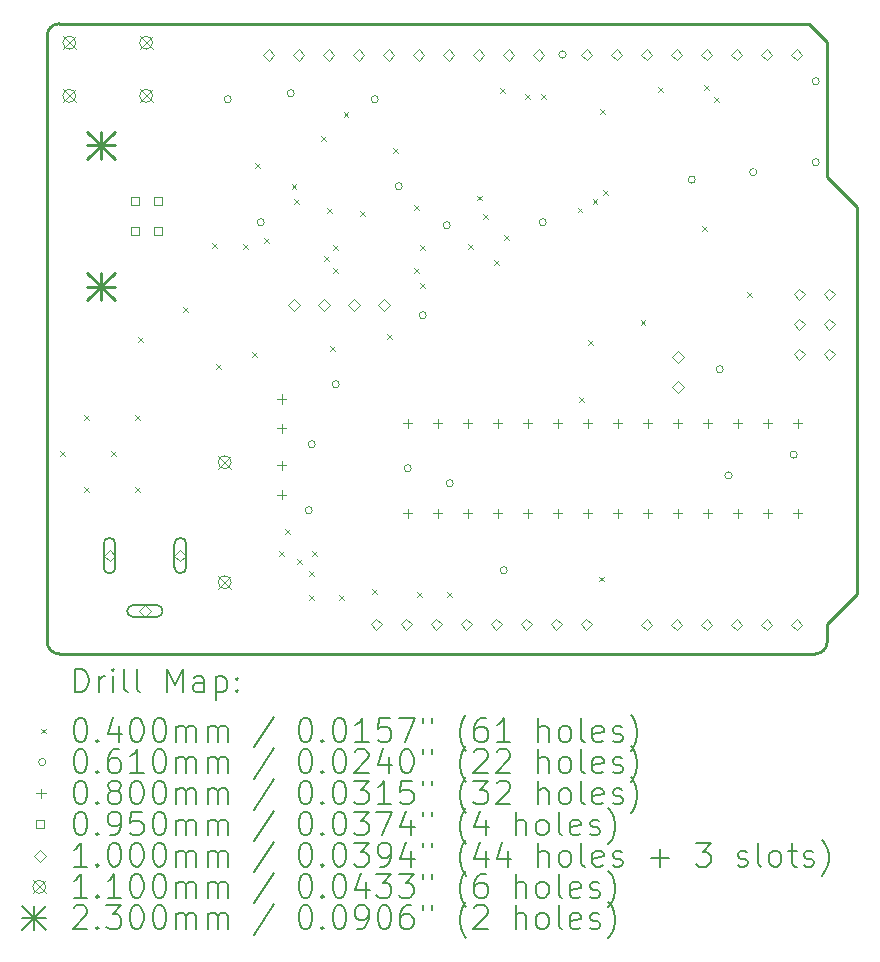
<source format=gbr>
%TF.GenerationSoftware,KiCad,Pcbnew,7.0.1*%
%TF.CreationDate,2023-08-20T21:18:53+10:00*%
%TF.ProjectId,UNO-128DA28,554e4f2d-3132-4384-9441-32382e6b6963,1.0*%
%TF.SameCoordinates,Original*%
%TF.FileFunction,Drillmap*%
%TF.FilePolarity,Positive*%
%FSLAX45Y45*%
G04 Gerber Fmt 4.5, Leading zero omitted, Abs format (unit mm)*
G04 Created by KiCad (PCBNEW 7.0.1) date 2023-08-20 21:18:53*
%MOMM*%
%LPD*%
G01*
G04 APERTURE LIST*
%ADD10C,0.254000*%
%ADD11C,0.200000*%
%ADD12C,0.040000*%
%ADD13C,0.060960*%
%ADD14C,0.080000*%
%ADD15C,0.095000*%
%ADD16C,0.100000*%
%ADD17C,0.110000*%
%ADD18C,0.230000*%
G04 APERTURE END LIST*
D10*
X14855111Y-10816511D02*
X14855111Y-14093111D01*
X7997109Y-14501111D02*
G75*
G03*
X8097111Y-14601111I100001J1D01*
G01*
X8097111Y-9267111D02*
X14448711Y-9267111D01*
X7997111Y-14501111D02*
X7997111Y-9367111D01*
X14601111Y-9419511D02*
X14601111Y-10562511D01*
X8097111Y-9267111D02*
G75*
G03*
X7997111Y-9367111I-1J-99999D01*
G01*
X14501111Y-14601111D02*
X8097111Y-14601111D01*
X14601111Y-10562511D02*
X14855111Y-10816511D01*
X14601111Y-14347111D02*
X14601111Y-14501111D01*
X14855111Y-14093111D02*
X14601111Y-14347111D01*
X14501111Y-14601111D02*
G75*
G03*
X14601111Y-14501111I-1J100001D01*
G01*
X14448711Y-9267111D02*
X14601111Y-9419511D01*
D11*
D12*
X8108000Y-12883200D02*
X8148000Y-12923200D01*
X8148000Y-12883200D02*
X8108000Y-12923200D01*
X8311200Y-12578400D02*
X8351200Y-12618400D01*
X8351200Y-12578400D02*
X8311200Y-12618400D01*
X8311200Y-13188000D02*
X8351200Y-13228000D01*
X8351200Y-13188000D02*
X8311200Y-13228000D01*
X8539800Y-12883200D02*
X8579800Y-12923200D01*
X8579800Y-12883200D02*
X8539800Y-12923200D01*
X8743000Y-12578400D02*
X8783000Y-12618400D01*
X8783000Y-12578400D02*
X8743000Y-12618400D01*
X8743000Y-13188000D02*
X8783000Y-13228000D01*
X8783000Y-13188000D02*
X8743000Y-13228000D01*
X8768400Y-11918000D02*
X8808400Y-11958000D01*
X8808400Y-11918000D02*
X8768400Y-11958000D01*
X9149400Y-11664000D02*
X9189400Y-11704000D01*
X9189400Y-11664000D02*
X9149400Y-11704000D01*
X9394000Y-11127000D02*
X9434000Y-11167000D01*
X9434000Y-11127000D02*
X9394000Y-11167000D01*
X9428800Y-12146600D02*
X9468800Y-12186600D01*
X9468800Y-12146600D02*
X9428800Y-12186600D01*
X9657400Y-11130600D02*
X9697400Y-11170600D01*
X9697400Y-11130600D02*
X9657400Y-11170600D01*
X9733600Y-12045000D02*
X9773600Y-12085000D01*
X9773600Y-12045000D02*
X9733600Y-12085000D01*
X9759000Y-10444800D02*
X9799000Y-10484800D01*
X9799000Y-10444800D02*
X9759000Y-10484800D01*
X9835200Y-11079800D02*
X9875200Y-11119800D01*
X9875200Y-11079800D02*
X9835200Y-11119800D01*
X9962200Y-13734100D02*
X10002200Y-13774100D01*
X10002200Y-13734100D02*
X9962200Y-13774100D01*
X10013000Y-13543600D02*
X10053000Y-13583600D01*
X10053000Y-13543600D02*
X10013000Y-13583600D01*
X10066000Y-10623000D02*
X10106000Y-10663000D01*
X10106000Y-10623000D02*
X10066000Y-10663000D01*
X10088900Y-10749900D02*
X10128900Y-10789900D01*
X10128900Y-10749900D02*
X10088900Y-10789900D01*
X10114600Y-13797600D02*
X10154600Y-13837600D01*
X10154600Y-13797600D02*
X10114600Y-13837600D01*
X10216200Y-13899200D02*
X10256200Y-13939200D01*
X10256200Y-13899200D02*
X10216200Y-13939200D01*
X10216200Y-14102400D02*
X10256200Y-14142400D01*
X10256200Y-14102400D02*
X10216200Y-14142400D01*
X10241600Y-13734100D02*
X10281600Y-13774100D01*
X10281600Y-13734100D02*
X10241600Y-13774100D01*
X10317800Y-10216200D02*
X10357800Y-10256200D01*
X10357800Y-10216200D02*
X10317800Y-10256200D01*
X10343200Y-11232200D02*
X10383200Y-11272200D01*
X10383200Y-11232200D02*
X10343200Y-11272200D01*
X10368600Y-10825800D02*
X10408600Y-10865800D01*
X10408600Y-10825800D02*
X10368600Y-10865800D01*
X10394000Y-11994200D02*
X10434000Y-12034200D01*
X10434000Y-11994200D02*
X10394000Y-12034200D01*
X10419400Y-11144000D02*
X10459400Y-11184000D01*
X10459400Y-11144000D02*
X10419400Y-11184000D01*
X10419400Y-11333800D02*
X10459400Y-11373800D01*
X10459400Y-11333800D02*
X10419400Y-11373800D01*
X10470200Y-14102400D02*
X10510200Y-14142400D01*
X10510200Y-14102400D02*
X10470200Y-14142400D01*
X10506000Y-10013000D02*
X10546000Y-10053000D01*
X10546000Y-10013000D02*
X10506000Y-10053000D01*
X10648000Y-10851200D02*
X10688000Y-10891200D01*
X10688000Y-10851200D02*
X10648000Y-10891200D01*
X10749600Y-14051600D02*
X10789600Y-14091600D01*
X10789600Y-14051600D02*
X10749600Y-14091600D01*
X10876600Y-11892600D02*
X10916600Y-11932600D01*
X10916600Y-11892600D02*
X10876600Y-11932600D01*
X10927400Y-10317800D02*
X10967400Y-10357800D01*
X10967400Y-10317800D02*
X10927400Y-10357800D01*
X11105200Y-10800400D02*
X11145200Y-10840400D01*
X11145200Y-10800400D02*
X11105200Y-10840400D01*
X11105200Y-11333800D02*
X11145200Y-11373800D01*
X11145200Y-11333800D02*
X11105200Y-11373800D01*
X11130600Y-14077000D02*
X11170600Y-14117000D01*
X11170600Y-14077000D02*
X11130600Y-14117000D01*
X11153000Y-11144000D02*
X11193000Y-11184000D01*
X11193000Y-11144000D02*
X11153000Y-11184000D01*
X11156000Y-11460800D02*
X11196000Y-11500800D01*
X11196000Y-11460800D02*
X11156000Y-11500800D01*
X11384600Y-14077000D02*
X11424600Y-14117000D01*
X11424600Y-14077000D02*
X11384600Y-14117000D01*
X11562400Y-11130600D02*
X11602400Y-11170600D01*
X11602400Y-11130600D02*
X11562400Y-11170600D01*
X11637000Y-10723000D02*
X11677000Y-10763000D01*
X11677000Y-10723000D02*
X11637000Y-10763000D01*
X11689400Y-10876600D02*
X11729400Y-10916600D01*
X11729400Y-10876600D02*
X11689400Y-10916600D01*
X11778300Y-11270300D02*
X11818300Y-11310300D01*
X11818300Y-11270300D02*
X11778300Y-11310300D01*
X11832000Y-9809800D02*
X11872000Y-9849800D01*
X11872000Y-9809800D02*
X11832000Y-9849800D01*
X11867200Y-11054400D02*
X11907200Y-11094400D01*
X11907200Y-11054400D02*
X11867200Y-11094400D01*
X12045000Y-9860600D02*
X12085000Y-9900600D01*
X12085000Y-9860600D02*
X12045000Y-9900600D01*
X12180000Y-9861000D02*
X12220000Y-9901000D01*
X12220000Y-9861000D02*
X12180000Y-9901000D01*
X12487000Y-10824000D02*
X12527000Y-10864000D01*
X12527000Y-10824000D02*
X12487000Y-10864000D01*
X12502200Y-12426000D02*
X12542200Y-12466000D01*
X12542200Y-12426000D02*
X12502200Y-12466000D01*
X12578400Y-11943400D02*
X12618400Y-11983400D01*
X12618400Y-11943400D02*
X12578400Y-11983400D01*
X12615000Y-10750000D02*
X12655000Y-10790000D01*
X12655000Y-10750000D02*
X12615000Y-10790000D01*
X12668000Y-13949000D02*
X12708000Y-13989000D01*
X12708000Y-13949000D02*
X12668000Y-13989000D01*
X12680000Y-9987600D02*
X12720000Y-10027600D01*
X12720000Y-9987600D02*
X12680000Y-10027600D01*
X12705400Y-10673400D02*
X12745400Y-10713400D01*
X12745400Y-10673400D02*
X12705400Y-10713400D01*
X13021000Y-11774000D02*
X13061000Y-11814000D01*
X13061000Y-11774000D02*
X13021000Y-11814000D01*
X13172000Y-9806000D02*
X13212000Y-9846000D01*
X13212000Y-9806000D02*
X13172000Y-9846000D01*
X13543600Y-10978200D02*
X13583600Y-11018200D01*
X13583600Y-10978200D02*
X13543600Y-11018200D01*
X13558761Y-9784400D02*
X13598761Y-9824400D01*
X13598761Y-9784400D02*
X13558761Y-9824400D01*
X13645200Y-9888000D02*
X13685200Y-9928000D01*
X13685200Y-9888000D02*
X13645200Y-9928000D01*
X13924600Y-11537000D02*
X13964600Y-11577000D01*
X13964600Y-11537000D02*
X13924600Y-11577000D01*
D13*
X9555480Y-9906000D02*
G75*
G03*
X9555480Y-9906000I-30480J0D01*
G01*
X9834880Y-10947400D02*
G75*
G03*
X9834880Y-10947400I-30480J0D01*
G01*
X10088880Y-9855200D02*
G75*
G03*
X10088880Y-9855200I-30480J0D01*
G01*
X10241280Y-13385800D02*
G75*
G03*
X10241280Y-13385800I-30480J0D01*
G01*
X10266680Y-12827000D02*
G75*
G03*
X10266680Y-12827000I-30480J0D01*
G01*
X10469880Y-12319000D02*
G75*
G03*
X10469880Y-12319000I-30480J0D01*
G01*
X10800080Y-9906000D02*
G75*
G03*
X10800080Y-9906000I-30480J0D01*
G01*
X11003280Y-10642600D02*
G75*
G03*
X11003280Y-10642600I-30480J0D01*
G01*
X11079480Y-13030200D02*
G75*
G03*
X11079480Y-13030200I-30480J0D01*
G01*
X11206480Y-11734800D02*
G75*
G03*
X11206480Y-11734800I-30480J0D01*
G01*
X11409680Y-10972800D02*
G75*
G03*
X11409680Y-10972800I-30480J0D01*
G01*
X11435080Y-13157200D02*
G75*
G03*
X11435080Y-13157200I-30480J0D01*
G01*
X11892280Y-13893800D02*
G75*
G03*
X11892280Y-13893800I-30480J0D01*
G01*
X12222480Y-10947400D02*
G75*
G03*
X12222480Y-10947400I-30480J0D01*
G01*
X12390041Y-9527461D02*
G75*
G03*
X12390041Y-9527461I-30480J0D01*
G01*
X13484480Y-10586000D02*
G75*
G03*
X13484480Y-10586000I-30480J0D01*
G01*
X13721080Y-12192000D02*
G75*
G03*
X13721080Y-12192000I-30480J0D01*
G01*
X13795480Y-13090000D02*
G75*
G03*
X13795480Y-13090000I-30480J0D01*
G01*
X14004480Y-10523000D02*
G75*
G03*
X14004480Y-10523000I-30480J0D01*
G01*
X14347480Y-12915000D02*
G75*
G03*
X14347480Y-12915000I-30480J0D01*
G01*
X14533880Y-9753600D02*
G75*
G03*
X14533880Y-9753600I-30480J0D01*
G01*
X14533880Y-10439400D02*
G75*
G03*
X14533880Y-10439400I-30480J0D01*
G01*
D14*
X9982200Y-12403511D02*
X9982200Y-12483511D01*
X9942200Y-12443511D02*
X10022200Y-12443511D01*
X9982200Y-12653511D02*
X9982200Y-12733511D01*
X9942200Y-12693511D02*
X10022200Y-12693511D01*
X9982200Y-12964800D02*
X9982200Y-13044800D01*
X9942200Y-13004800D02*
X10022200Y-13004800D01*
X9982200Y-13214800D02*
X9982200Y-13294800D01*
X9942200Y-13254800D02*
X10022200Y-13254800D01*
X11049000Y-12609200D02*
X11049000Y-12689200D01*
X11009000Y-12649200D02*
X11089000Y-12649200D01*
X11049000Y-13371200D02*
X11049000Y-13451200D01*
X11009000Y-13411200D02*
X11089000Y-13411200D01*
X11303000Y-12609200D02*
X11303000Y-12689200D01*
X11263000Y-12649200D02*
X11343000Y-12649200D01*
X11303000Y-13371200D02*
X11303000Y-13451200D01*
X11263000Y-13411200D02*
X11343000Y-13411200D01*
X11557000Y-12609200D02*
X11557000Y-12689200D01*
X11517000Y-12649200D02*
X11597000Y-12649200D01*
X11557000Y-13371200D02*
X11557000Y-13451200D01*
X11517000Y-13411200D02*
X11597000Y-13411200D01*
X11811000Y-12609200D02*
X11811000Y-12689200D01*
X11771000Y-12649200D02*
X11851000Y-12649200D01*
X11811000Y-13371200D02*
X11811000Y-13451200D01*
X11771000Y-13411200D02*
X11851000Y-13411200D01*
X12065000Y-12609200D02*
X12065000Y-12689200D01*
X12025000Y-12649200D02*
X12105000Y-12649200D01*
X12065000Y-13371200D02*
X12065000Y-13451200D01*
X12025000Y-13411200D02*
X12105000Y-13411200D01*
X12319000Y-12609200D02*
X12319000Y-12689200D01*
X12279000Y-12649200D02*
X12359000Y-12649200D01*
X12319000Y-13371200D02*
X12319000Y-13451200D01*
X12279000Y-13411200D02*
X12359000Y-13411200D01*
X12573000Y-12609200D02*
X12573000Y-12689200D01*
X12533000Y-12649200D02*
X12613000Y-12649200D01*
X12573000Y-13371200D02*
X12573000Y-13451200D01*
X12533000Y-13411200D02*
X12613000Y-13411200D01*
X12827000Y-12609200D02*
X12827000Y-12689200D01*
X12787000Y-12649200D02*
X12867000Y-12649200D01*
X12827000Y-13371200D02*
X12827000Y-13451200D01*
X12787000Y-13411200D02*
X12867000Y-13411200D01*
X13081000Y-12609200D02*
X13081000Y-12689200D01*
X13041000Y-12649200D02*
X13121000Y-12649200D01*
X13081000Y-13371200D02*
X13081000Y-13451200D01*
X13041000Y-13411200D02*
X13121000Y-13411200D01*
X13335000Y-12609200D02*
X13335000Y-12689200D01*
X13295000Y-12649200D02*
X13375000Y-12649200D01*
X13335000Y-13371200D02*
X13335000Y-13451200D01*
X13295000Y-13411200D02*
X13375000Y-13411200D01*
X13589000Y-12609200D02*
X13589000Y-12689200D01*
X13549000Y-12649200D02*
X13629000Y-12649200D01*
X13589000Y-13371200D02*
X13589000Y-13451200D01*
X13549000Y-13411200D02*
X13629000Y-13411200D01*
X13843000Y-12609200D02*
X13843000Y-12689200D01*
X13803000Y-12649200D02*
X13883000Y-12649200D01*
X13843000Y-13371200D02*
X13843000Y-13451200D01*
X13803000Y-13411200D02*
X13883000Y-13411200D01*
X14097000Y-12609200D02*
X14097000Y-12689200D01*
X14057000Y-12649200D02*
X14137000Y-12649200D01*
X14097000Y-13371200D02*
X14097000Y-13451200D01*
X14057000Y-13411200D02*
X14137000Y-13411200D01*
X14351000Y-12609200D02*
X14351000Y-12689200D01*
X14311000Y-12649200D02*
X14391000Y-12649200D01*
X14351000Y-13371200D02*
X14351000Y-13451200D01*
X14311000Y-13411200D02*
X14391000Y-13411200D01*
D15*
X8771188Y-10803188D02*
X8771188Y-10736012D01*
X8704012Y-10736012D01*
X8704012Y-10803188D01*
X8771188Y-10803188D01*
X8771188Y-11053188D02*
X8771188Y-10986012D01*
X8704012Y-10986012D01*
X8704012Y-11053188D01*
X8771188Y-11053188D01*
X8971188Y-10803188D02*
X8971188Y-10736012D01*
X8904012Y-10736012D01*
X8904012Y-10803188D01*
X8971188Y-10803188D01*
X8971188Y-11053188D02*
X8971188Y-10986012D01*
X8904012Y-10986012D01*
X8904012Y-11053188D01*
X8971188Y-11053188D01*
D16*
X8524161Y-13819261D02*
X8574161Y-13769261D01*
X8524161Y-13719261D01*
X8474161Y-13769261D01*
X8524161Y-13819261D01*
D11*
X8474161Y-13669261D02*
X8474161Y-13869261D01*
X8474161Y-13869261D02*
G75*
G03*
X8574161Y-13869261I50000J0D01*
G01*
X8574161Y-13869261D02*
X8574161Y-13669261D01*
X8574161Y-13669261D02*
G75*
G03*
X8474161Y-13669261I-50000J0D01*
G01*
D16*
X8824161Y-14289261D02*
X8874161Y-14239261D01*
X8824161Y-14189261D01*
X8774161Y-14239261D01*
X8824161Y-14289261D01*
D11*
X8724161Y-14289261D02*
X8924161Y-14289261D01*
X8924161Y-14289261D02*
G75*
G03*
X8924161Y-14189261I0J50000D01*
G01*
X8924161Y-14189261D02*
X8724161Y-14189261D01*
X8724161Y-14189261D02*
G75*
G03*
X8724161Y-14289261I0J-50000D01*
G01*
D16*
X9124161Y-13819261D02*
X9174161Y-13769261D01*
X9124161Y-13719261D01*
X9074161Y-13769261D01*
X9124161Y-13819261D01*
D11*
X9074161Y-13669261D02*
X9074161Y-13869261D01*
X9074161Y-13869261D02*
G75*
G03*
X9174161Y-13869261I50000J0D01*
G01*
X9174161Y-13869261D02*
X9174161Y-13669261D01*
X9174161Y-13669261D02*
G75*
G03*
X9074161Y-13669261I-50000J0D01*
G01*
D16*
X9871000Y-9578000D02*
X9921000Y-9528000D01*
X9871000Y-9478000D01*
X9821000Y-9528000D01*
X9871000Y-9578000D01*
X10088000Y-11699000D02*
X10138000Y-11649000D01*
X10088000Y-11599000D01*
X10038000Y-11649000D01*
X10088000Y-11699000D01*
X10125000Y-9578000D02*
X10175000Y-9528000D01*
X10125000Y-9478000D01*
X10075000Y-9528000D01*
X10125000Y-9578000D01*
X10342000Y-11699000D02*
X10392000Y-11649000D01*
X10342000Y-11599000D01*
X10292000Y-11649000D01*
X10342000Y-11699000D01*
X10379000Y-9578000D02*
X10429000Y-9528000D01*
X10379000Y-9478000D01*
X10329000Y-9528000D01*
X10379000Y-9578000D01*
X10596000Y-11699000D02*
X10646000Y-11649000D01*
X10596000Y-11599000D01*
X10546000Y-11649000D01*
X10596000Y-11699000D01*
X10633000Y-9578000D02*
X10683000Y-9528000D01*
X10633000Y-9478000D01*
X10583000Y-9528000D01*
X10633000Y-9578000D01*
X10784500Y-14402500D02*
X10834500Y-14352500D01*
X10784500Y-14302500D01*
X10734500Y-14352500D01*
X10784500Y-14402500D01*
X10850000Y-11699000D02*
X10900000Y-11649000D01*
X10850000Y-11599000D01*
X10800000Y-11649000D01*
X10850000Y-11699000D01*
X10887000Y-9578000D02*
X10937000Y-9528000D01*
X10887000Y-9478000D01*
X10837000Y-9528000D01*
X10887000Y-9578000D01*
X11038500Y-14402500D02*
X11088500Y-14352500D01*
X11038500Y-14302500D01*
X10988500Y-14352500D01*
X11038500Y-14402500D01*
X11141000Y-9578000D02*
X11191000Y-9528000D01*
X11141000Y-9478000D01*
X11091000Y-9528000D01*
X11141000Y-9578000D01*
X11292500Y-14402500D02*
X11342500Y-14352500D01*
X11292500Y-14302500D01*
X11242500Y-14352500D01*
X11292500Y-14402500D01*
X11395000Y-9578000D02*
X11445000Y-9528000D01*
X11395000Y-9478000D01*
X11345000Y-9528000D01*
X11395000Y-9578000D01*
X11546500Y-14402500D02*
X11596500Y-14352500D01*
X11546500Y-14302500D01*
X11496500Y-14352500D01*
X11546500Y-14402500D01*
X11649000Y-9578000D02*
X11699000Y-9528000D01*
X11649000Y-9478000D01*
X11599000Y-9528000D01*
X11649000Y-9578000D01*
X11800500Y-14402500D02*
X11850500Y-14352500D01*
X11800500Y-14302500D01*
X11750500Y-14352500D01*
X11800500Y-14402500D01*
X11903000Y-9578000D02*
X11953000Y-9528000D01*
X11903000Y-9478000D01*
X11853000Y-9528000D01*
X11903000Y-9578000D01*
X12054500Y-14402500D02*
X12104500Y-14352500D01*
X12054500Y-14302500D01*
X12004500Y-14352500D01*
X12054500Y-14402500D01*
X12157000Y-9578000D02*
X12207000Y-9528000D01*
X12157000Y-9478000D01*
X12107000Y-9528000D01*
X12157000Y-9578000D01*
X12308500Y-14402500D02*
X12358500Y-14352500D01*
X12308500Y-14302500D01*
X12258500Y-14352500D01*
X12308500Y-14402500D01*
X12562500Y-14402500D02*
X12612500Y-14352500D01*
X12562500Y-14302500D01*
X12512500Y-14352500D01*
X12562500Y-14402500D01*
X12562761Y-9577461D02*
X12612761Y-9527461D01*
X12562761Y-9477461D01*
X12512761Y-9527461D01*
X12562761Y-9577461D01*
X12816761Y-9577461D02*
X12866761Y-9527461D01*
X12816761Y-9477461D01*
X12766761Y-9527461D01*
X12816761Y-9577461D01*
X13070761Y-9577461D02*
X13120761Y-9527461D01*
X13070761Y-9477461D01*
X13020761Y-9527461D01*
X13070761Y-9577461D01*
X13070761Y-14403461D02*
X13120761Y-14353461D01*
X13070761Y-14303461D01*
X13020761Y-14353461D01*
X13070761Y-14403461D01*
X13324761Y-9577461D02*
X13374761Y-9527461D01*
X13324761Y-9477461D01*
X13274761Y-9527461D01*
X13324761Y-9577461D01*
X13324761Y-14403461D02*
X13374761Y-14353461D01*
X13324761Y-14303461D01*
X13274761Y-14353461D01*
X13324761Y-14403461D01*
X13335000Y-12140400D02*
X13385000Y-12090400D01*
X13335000Y-12040400D01*
X13285000Y-12090400D01*
X13335000Y-12140400D01*
X13335000Y-12394400D02*
X13385000Y-12344400D01*
X13335000Y-12294400D01*
X13285000Y-12344400D01*
X13335000Y-12394400D01*
X13578761Y-9577461D02*
X13628761Y-9527461D01*
X13578761Y-9477461D01*
X13528761Y-9527461D01*
X13578761Y-9577461D01*
X13578761Y-14403461D02*
X13628761Y-14353461D01*
X13578761Y-14303461D01*
X13528761Y-14353461D01*
X13578761Y-14403461D01*
X13832761Y-9577461D02*
X13882761Y-9527461D01*
X13832761Y-9477461D01*
X13782761Y-9527461D01*
X13832761Y-9577461D01*
X13832761Y-14403461D02*
X13882761Y-14353461D01*
X13832761Y-14303461D01*
X13782761Y-14353461D01*
X13832761Y-14403461D01*
X14086761Y-9577461D02*
X14136761Y-9527461D01*
X14086761Y-9477461D01*
X14036761Y-9527461D01*
X14086761Y-9577461D01*
X14086761Y-14403461D02*
X14136761Y-14353461D01*
X14086761Y-14303461D01*
X14036761Y-14353461D01*
X14086761Y-14403461D01*
X14340761Y-9577461D02*
X14390761Y-9527461D01*
X14340761Y-9477461D01*
X14290761Y-9527461D01*
X14340761Y-9577461D01*
X14340761Y-14403461D02*
X14390761Y-14353461D01*
X14340761Y-14303461D01*
X14290761Y-14353461D01*
X14340761Y-14403461D01*
X14366000Y-11609000D02*
X14416000Y-11559000D01*
X14366000Y-11509000D01*
X14316000Y-11559000D01*
X14366000Y-11609000D01*
X14366000Y-11863000D02*
X14416000Y-11813000D01*
X14366000Y-11763000D01*
X14316000Y-11813000D01*
X14366000Y-11863000D01*
X14366000Y-12117000D02*
X14416000Y-12067000D01*
X14366000Y-12017000D01*
X14316000Y-12067000D01*
X14366000Y-12117000D01*
X14620000Y-11609000D02*
X14670000Y-11559000D01*
X14620000Y-11509000D01*
X14570000Y-11559000D01*
X14620000Y-11609000D01*
X14620000Y-11863000D02*
X14670000Y-11813000D01*
X14620000Y-11763000D01*
X14570000Y-11813000D01*
X14620000Y-11863000D01*
X14620000Y-12117000D02*
X14670000Y-12067000D01*
X14620000Y-12017000D01*
X14570000Y-12067000D01*
X14620000Y-12117000D01*
D17*
X8129000Y-9372000D02*
X8239000Y-9482000D01*
X8239000Y-9372000D02*
X8129000Y-9482000D01*
X8239000Y-9427000D02*
G75*
G03*
X8239000Y-9427000I-55000J0D01*
G01*
X8129000Y-9822000D02*
X8239000Y-9932000D01*
X8239000Y-9822000D02*
X8129000Y-9932000D01*
X8239000Y-9877000D02*
G75*
G03*
X8239000Y-9877000I-55000J0D01*
G01*
X8779000Y-9372000D02*
X8889000Y-9482000D01*
X8889000Y-9372000D02*
X8779000Y-9482000D01*
X8889000Y-9427000D02*
G75*
G03*
X8889000Y-9427000I-55000J0D01*
G01*
X8779000Y-9822000D02*
X8889000Y-9932000D01*
X8889000Y-9822000D02*
X8779000Y-9932000D01*
X8889000Y-9877000D02*
G75*
G03*
X8889000Y-9877000I-55000J0D01*
G01*
X9444600Y-12924400D02*
X9554600Y-13034400D01*
X9554600Y-12924400D02*
X9444600Y-13034400D01*
X9554600Y-12979400D02*
G75*
G03*
X9554600Y-12979400I-55000J0D01*
G01*
X9444600Y-13940400D02*
X9554600Y-14050400D01*
X9554600Y-13940400D02*
X9444600Y-14050400D01*
X9554600Y-13995400D02*
G75*
G03*
X9554600Y-13995400I-55000J0D01*
G01*
D18*
X8336600Y-10179600D02*
X8566600Y-10409600D01*
X8566600Y-10179600D02*
X8336600Y-10409600D01*
X8451600Y-10179600D02*
X8451600Y-10409600D01*
X8336600Y-10294600D02*
X8566600Y-10294600D01*
X8336600Y-11379600D02*
X8566600Y-11609600D01*
X8566600Y-11379600D02*
X8336600Y-11609600D01*
X8451600Y-11379600D02*
X8451600Y-11609600D01*
X8336600Y-11494600D02*
X8566600Y-11494600D01*
D11*
X8232030Y-14926334D02*
X8232030Y-14726334D01*
X8232030Y-14726334D02*
X8279649Y-14726334D01*
X8279649Y-14726334D02*
X8308220Y-14735858D01*
X8308220Y-14735858D02*
X8327268Y-14754906D01*
X8327268Y-14754906D02*
X8336792Y-14773953D01*
X8336792Y-14773953D02*
X8346315Y-14812049D01*
X8346315Y-14812049D02*
X8346315Y-14840620D01*
X8346315Y-14840620D02*
X8336792Y-14878715D01*
X8336792Y-14878715D02*
X8327268Y-14897763D01*
X8327268Y-14897763D02*
X8308220Y-14916811D01*
X8308220Y-14916811D02*
X8279649Y-14926334D01*
X8279649Y-14926334D02*
X8232030Y-14926334D01*
X8432030Y-14926334D02*
X8432030Y-14793001D01*
X8432030Y-14831096D02*
X8441554Y-14812049D01*
X8441554Y-14812049D02*
X8451077Y-14802525D01*
X8451077Y-14802525D02*
X8470125Y-14793001D01*
X8470125Y-14793001D02*
X8489173Y-14793001D01*
X8555839Y-14926334D02*
X8555839Y-14793001D01*
X8555839Y-14726334D02*
X8546315Y-14735858D01*
X8546315Y-14735858D02*
X8555839Y-14745382D01*
X8555839Y-14745382D02*
X8565363Y-14735858D01*
X8565363Y-14735858D02*
X8555839Y-14726334D01*
X8555839Y-14726334D02*
X8555839Y-14745382D01*
X8679649Y-14926334D02*
X8660601Y-14916811D01*
X8660601Y-14916811D02*
X8651077Y-14897763D01*
X8651077Y-14897763D02*
X8651077Y-14726334D01*
X8784411Y-14926334D02*
X8765363Y-14916811D01*
X8765363Y-14916811D02*
X8755839Y-14897763D01*
X8755839Y-14897763D02*
X8755839Y-14726334D01*
X9012982Y-14926334D02*
X9012982Y-14726334D01*
X9012982Y-14726334D02*
X9079649Y-14869192D01*
X9079649Y-14869192D02*
X9146315Y-14726334D01*
X9146315Y-14726334D02*
X9146315Y-14926334D01*
X9327268Y-14926334D02*
X9327268Y-14821573D01*
X9327268Y-14821573D02*
X9317744Y-14802525D01*
X9317744Y-14802525D02*
X9298696Y-14793001D01*
X9298696Y-14793001D02*
X9260601Y-14793001D01*
X9260601Y-14793001D02*
X9241554Y-14802525D01*
X9327268Y-14916811D02*
X9308220Y-14926334D01*
X9308220Y-14926334D02*
X9260601Y-14926334D01*
X9260601Y-14926334D02*
X9241554Y-14916811D01*
X9241554Y-14916811D02*
X9232030Y-14897763D01*
X9232030Y-14897763D02*
X9232030Y-14878715D01*
X9232030Y-14878715D02*
X9241554Y-14859668D01*
X9241554Y-14859668D02*
X9260601Y-14850144D01*
X9260601Y-14850144D02*
X9308220Y-14850144D01*
X9308220Y-14850144D02*
X9327268Y-14840620D01*
X9422506Y-14793001D02*
X9422506Y-14993001D01*
X9422506Y-14802525D02*
X9441554Y-14793001D01*
X9441554Y-14793001D02*
X9479649Y-14793001D01*
X9479649Y-14793001D02*
X9498696Y-14802525D01*
X9498696Y-14802525D02*
X9508220Y-14812049D01*
X9508220Y-14812049D02*
X9517744Y-14831096D01*
X9517744Y-14831096D02*
X9517744Y-14888239D01*
X9517744Y-14888239D02*
X9508220Y-14907287D01*
X9508220Y-14907287D02*
X9498696Y-14916811D01*
X9498696Y-14916811D02*
X9479649Y-14926334D01*
X9479649Y-14926334D02*
X9441554Y-14926334D01*
X9441554Y-14926334D02*
X9422506Y-14916811D01*
X9603458Y-14907287D02*
X9612982Y-14916811D01*
X9612982Y-14916811D02*
X9603458Y-14926334D01*
X9603458Y-14926334D02*
X9593935Y-14916811D01*
X9593935Y-14916811D02*
X9603458Y-14907287D01*
X9603458Y-14907287D02*
X9603458Y-14926334D01*
X9603458Y-14802525D02*
X9612982Y-14812049D01*
X9612982Y-14812049D02*
X9603458Y-14821573D01*
X9603458Y-14821573D02*
X9593935Y-14812049D01*
X9593935Y-14812049D02*
X9603458Y-14802525D01*
X9603458Y-14802525D02*
X9603458Y-14821573D01*
D12*
X7944411Y-15233811D02*
X7984411Y-15273811D01*
X7984411Y-15233811D02*
X7944411Y-15273811D01*
D11*
X8270125Y-15146334D02*
X8289173Y-15146334D01*
X8289173Y-15146334D02*
X8308220Y-15155858D01*
X8308220Y-15155858D02*
X8317744Y-15165382D01*
X8317744Y-15165382D02*
X8327268Y-15184430D01*
X8327268Y-15184430D02*
X8336792Y-15222525D01*
X8336792Y-15222525D02*
X8336792Y-15270144D01*
X8336792Y-15270144D02*
X8327268Y-15308239D01*
X8327268Y-15308239D02*
X8317744Y-15327287D01*
X8317744Y-15327287D02*
X8308220Y-15336811D01*
X8308220Y-15336811D02*
X8289173Y-15346334D01*
X8289173Y-15346334D02*
X8270125Y-15346334D01*
X8270125Y-15346334D02*
X8251077Y-15336811D01*
X8251077Y-15336811D02*
X8241553Y-15327287D01*
X8241553Y-15327287D02*
X8232030Y-15308239D01*
X8232030Y-15308239D02*
X8222506Y-15270144D01*
X8222506Y-15270144D02*
X8222506Y-15222525D01*
X8222506Y-15222525D02*
X8232030Y-15184430D01*
X8232030Y-15184430D02*
X8241553Y-15165382D01*
X8241553Y-15165382D02*
X8251077Y-15155858D01*
X8251077Y-15155858D02*
X8270125Y-15146334D01*
X8422506Y-15327287D02*
X8432030Y-15336811D01*
X8432030Y-15336811D02*
X8422506Y-15346334D01*
X8422506Y-15346334D02*
X8412982Y-15336811D01*
X8412982Y-15336811D02*
X8422506Y-15327287D01*
X8422506Y-15327287D02*
X8422506Y-15346334D01*
X8603458Y-15213001D02*
X8603458Y-15346334D01*
X8555839Y-15136811D02*
X8508220Y-15279668D01*
X8508220Y-15279668D02*
X8632030Y-15279668D01*
X8746315Y-15146334D02*
X8765363Y-15146334D01*
X8765363Y-15146334D02*
X8784411Y-15155858D01*
X8784411Y-15155858D02*
X8793935Y-15165382D01*
X8793935Y-15165382D02*
X8803458Y-15184430D01*
X8803458Y-15184430D02*
X8812982Y-15222525D01*
X8812982Y-15222525D02*
X8812982Y-15270144D01*
X8812982Y-15270144D02*
X8803458Y-15308239D01*
X8803458Y-15308239D02*
X8793935Y-15327287D01*
X8793935Y-15327287D02*
X8784411Y-15336811D01*
X8784411Y-15336811D02*
X8765363Y-15346334D01*
X8765363Y-15346334D02*
X8746315Y-15346334D01*
X8746315Y-15346334D02*
X8727268Y-15336811D01*
X8727268Y-15336811D02*
X8717744Y-15327287D01*
X8717744Y-15327287D02*
X8708220Y-15308239D01*
X8708220Y-15308239D02*
X8698696Y-15270144D01*
X8698696Y-15270144D02*
X8698696Y-15222525D01*
X8698696Y-15222525D02*
X8708220Y-15184430D01*
X8708220Y-15184430D02*
X8717744Y-15165382D01*
X8717744Y-15165382D02*
X8727268Y-15155858D01*
X8727268Y-15155858D02*
X8746315Y-15146334D01*
X8936792Y-15146334D02*
X8955839Y-15146334D01*
X8955839Y-15146334D02*
X8974887Y-15155858D01*
X8974887Y-15155858D02*
X8984411Y-15165382D01*
X8984411Y-15165382D02*
X8993935Y-15184430D01*
X8993935Y-15184430D02*
X9003458Y-15222525D01*
X9003458Y-15222525D02*
X9003458Y-15270144D01*
X9003458Y-15270144D02*
X8993935Y-15308239D01*
X8993935Y-15308239D02*
X8984411Y-15327287D01*
X8984411Y-15327287D02*
X8974887Y-15336811D01*
X8974887Y-15336811D02*
X8955839Y-15346334D01*
X8955839Y-15346334D02*
X8936792Y-15346334D01*
X8936792Y-15346334D02*
X8917744Y-15336811D01*
X8917744Y-15336811D02*
X8908220Y-15327287D01*
X8908220Y-15327287D02*
X8898696Y-15308239D01*
X8898696Y-15308239D02*
X8889173Y-15270144D01*
X8889173Y-15270144D02*
X8889173Y-15222525D01*
X8889173Y-15222525D02*
X8898696Y-15184430D01*
X8898696Y-15184430D02*
X8908220Y-15165382D01*
X8908220Y-15165382D02*
X8917744Y-15155858D01*
X8917744Y-15155858D02*
X8936792Y-15146334D01*
X9089173Y-15346334D02*
X9089173Y-15213001D01*
X9089173Y-15232049D02*
X9098696Y-15222525D01*
X9098696Y-15222525D02*
X9117744Y-15213001D01*
X9117744Y-15213001D02*
X9146316Y-15213001D01*
X9146316Y-15213001D02*
X9165363Y-15222525D01*
X9165363Y-15222525D02*
X9174887Y-15241573D01*
X9174887Y-15241573D02*
X9174887Y-15346334D01*
X9174887Y-15241573D02*
X9184411Y-15222525D01*
X9184411Y-15222525D02*
X9203458Y-15213001D01*
X9203458Y-15213001D02*
X9232030Y-15213001D01*
X9232030Y-15213001D02*
X9251077Y-15222525D01*
X9251077Y-15222525D02*
X9260601Y-15241573D01*
X9260601Y-15241573D02*
X9260601Y-15346334D01*
X9355839Y-15346334D02*
X9355839Y-15213001D01*
X9355839Y-15232049D02*
X9365363Y-15222525D01*
X9365363Y-15222525D02*
X9384411Y-15213001D01*
X9384411Y-15213001D02*
X9412982Y-15213001D01*
X9412982Y-15213001D02*
X9432030Y-15222525D01*
X9432030Y-15222525D02*
X9441554Y-15241573D01*
X9441554Y-15241573D02*
X9441554Y-15346334D01*
X9441554Y-15241573D02*
X9451077Y-15222525D01*
X9451077Y-15222525D02*
X9470125Y-15213001D01*
X9470125Y-15213001D02*
X9498696Y-15213001D01*
X9498696Y-15213001D02*
X9517744Y-15222525D01*
X9517744Y-15222525D02*
X9527268Y-15241573D01*
X9527268Y-15241573D02*
X9527268Y-15346334D01*
X9917744Y-15136811D02*
X9746316Y-15393953D01*
X10174887Y-15146334D02*
X10193935Y-15146334D01*
X10193935Y-15146334D02*
X10212982Y-15155858D01*
X10212982Y-15155858D02*
X10222506Y-15165382D01*
X10222506Y-15165382D02*
X10232030Y-15184430D01*
X10232030Y-15184430D02*
X10241554Y-15222525D01*
X10241554Y-15222525D02*
X10241554Y-15270144D01*
X10241554Y-15270144D02*
X10232030Y-15308239D01*
X10232030Y-15308239D02*
X10222506Y-15327287D01*
X10222506Y-15327287D02*
X10212982Y-15336811D01*
X10212982Y-15336811D02*
X10193935Y-15346334D01*
X10193935Y-15346334D02*
X10174887Y-15346334D01*
X10174887Y-15346334D02*
X10155839Y-15336811D01*
X10155839Y-15336811D02*
X10146316Y-15327287D01*
X10146316Y-15327287D02*
X10136792Y-15308239D01*
X10136792Y-15308239D02*
X10127268Y-15270144D01*
X10127268Y-15270144D02*
X10127268Y-15222525D01*
X10127268Y-15222525D02*
X10136792Y-15184430D01*
X10136792Y-15184430D02*
X10146316Y-15165382D01*
X10146316Y-15165382D02*
X10155839Y-15155858D01*
X10155839Y-15155858D02*
X10174887Y-15146334D01*
X10327268Y-15327287D02*
X10336792Y-15336811D01*
X10336792Y-15336811D02*
X10327268Y-15346334D01*
X10327268Y-15346334D02*
X10317744Y-15336811D01*
X10317744Y-15336811D02*
X10327268Y-15327287D01*
X10327268Y-15327287D02*
X10327268Y-15346334D01*
X10460601Y-15146334D02*
X10479649Y-15146334D01*
X10479649Y-15146334D02*
X10498697Y-15155858D01*
X10498697Y-15155858D02*
X10508220Y-15165382D01*
X10508220Y-15165382D02*
X10517744Y-15184430D01*
X10517744Y-15184430D02*
X10527268Y-15222525D01*
X10527268Y-15222525D02*
X10527268Y-15270144D01*
X10527268Y-15270144D02*
X10517744Y-15308239D01*
X10517744Y-15308239D02*
X10508220Y-15327287D01*
X10508220Y-15327287D02*
X10498697Y-15336811D01*
X10498697Y-15336811D02*
X10479649Y-15346334D01*
X10479649Y-15346334D02*
X10460601Y-15346334D01*
X10460601Y-15346334D02*
X10441554Y-15336811D01*
X10441554Y-15336811D02*
X10432030Y-15327287D01*
X10432030Y-15327287D02*
X10422506Y-15308239D01*
X10422506Y-15308239D02*
X10412982Y-15270144D01*
X10412982Y-15270144D02*
X10412982Y-15222525D01*
X10412982Y-15222525D02*
X10422506Y-15184430D01*
X10422506Y-15184430D02*
X10432030Y-15165382D01*
X10432030Y-15165382D02*
X10441554Y-15155858D01*
X10441554Y-15155858D02*
X10460601Y-15146334D01*
X10717744Y-15346334D02*
X10603459Y-15346334D01*
X10660601Y-15346334D02*
X10660601Y-15146334D01*
X10660601Y-15146334D02*
X10641554Y-15174906D01*
X10641554Y-15174906D02*
X10622506Y-15193953D01*
X10622506Y-15193953D02*
X10603459Y-15203477D01*
X10898697Y-15146334D02*
X10803459Y-15146334D01*
X10803459Y-15146334D02*
X10793935Y-15241573D01*
X10793935Y-15241573D02*
X10803459Y-15232049D01*
X10803459Y-15232049D02*
X10822506Y-15222525D01*
X10822506Y-15222525D02*
X10870125Y-15222525D01*
X10870125Y-15222525D02*
X10889173Y-15232049D01*
X10889173Y-15232049D02*
X10898697Y-15241573D01*
X10898697Y-15241573D02*
X10908220Y-15260620D01*
X10908220Y-15260620D02*
X10908220Y-15308239D01*
X10908220Y-15308239D02*
X10898697Y-15327287D01*
X10898697Y-15327287D02*
X10889173Y-15336811D01*
X10889173Y-15336811D02*
X10870125Y-15346334D01*
X10870125Y-15346334D02*
X10822506Y-15346334D01*
X10822506Y-15346334D02*
X10803459Y-15336811D01*
X10803459Y-15336811D02*
X10793935Y-15327287D01*
X10974887Y-15146334D02*
X11108220Y-15146334D01*
X11108220Y-15146334D02*
X11022506Y-15346334D01*
X11174887Y-15146334D02*
X11174887Y-15184430D01*
X11251078Y-15146334D02*
X11251078Y-15184430D01*
X11546316Y-15422525D02*
X11536792Y-15413001D01*
X11536792Y-15413001D02*
X11517744Y-15384430D01*
X11517744Y-15384430D02*
X11508220Y-15365382D01*
X11508220Y-15365382D02*
X11498697Y-15336811D01*
X11498697Y-15336811D02*
X11489173Y-15289192D01*
X11489173Y-15289192D02*
X11489173Y-15251096D01*
X11489173Y-15251096D02*
X11498697Y-15203477D01*
X11498697Y-15203477D02*
X11508220Y-15174906D01*
X11508220Y-15174906D02*
X11517744Y-15155858D01*
X11517744Y-15155858D02*
X11536792Y-15127287D01*
X11536792Y-15127287D02*
X11546316Y-15117763D01*
X11708220Y-15146334D02*
X11670125Y-15146334D01*
X11670125Y-15146334D02*
X11651078Y-15155858D01*
X11651078Y-15155858D02*
X11641554Y-15165382D01*
X11641554Y-15165382D02*
X11622506Y-15193953D01*
X11622506Y-15193953D02*
X11612982Y-15232049D01*
X11612982Y-15232049D02*
X11612982Y-15308239D01*
X11612982Y-15308239D02*
X11622506Y-15327287D01*
X11622506Y-15327287D02*
X11632030Y-15336811D01*
X11632030Y-15336811D02*
X11651078Y-15346334D01*
X11651078Y-15346334D02*
X11689173Y-15346334D01*
X11689173Y-15346334D02*
X11708220Y-15336811D01*
X11708220Y-15336811D02*
X11717744Y-15327287D01*
X11717744Y-15327287D02*
X11727268Y-15308239D01*
X11727268Y-15308239D02*
X11727268Y-15260620D01*
X11727268Y-15260620D02*
X11717744Y-15241573D01*
X11717744Y-15241573D02*
X11708220Y-15232049D01*
X11708220Y-15232049D02*
X11689173Y-15222525D01*
X11689173Y-15222525D02*
X11651078Y-15222525D01*
X11651078Y-15222525D02*
X11632030Y-15232049D01*
X11632030Y-15232049D02*
X11622506Y-15241573D01*
X11622506Y-15241573D02*
X11612982Y-15260620D01*
X11917744Y-15346334D02*
X11803459Y-15346334D01*
X11860601Y-15346334D02*
X11860601Y-15146334D01*
X11860601Y-15146334D02*
X11841554Y-15174906D01*
X11841554Y-15174906D02*
X11822506Y-15193953D01*
X11822506Y-15193953D02*
X11803459Y-15203477D01*
X12155840Y-15346334D02*
X12155840Y-15146334D01*
X12241554Y-15346334D02*
X12241554Y-15241573D01*
X12241554Y-15241573D02*
X12232030Y-15222525D01*
X12232030Y-15222525D02*
X12212982Y-15213001D01*
X12212982Y-15213001D02*
X12184411Y-15213001D01*
X12184411Y-15213001D02*
X12165363Y-15222525D01*
X12165363Y-15222525D02*
X12155840Y-15232049D01*
X12365363Y-15346334D02*
X12346316Y-15336811D01*
X12346316Y-15336811D02*
X12336792Y-15327287D01*
X12336792Y-15327287D02*
X12327268Y-15308239D01*
X12327268Y-15308239D02*
X12327268Y-15251096D01*
X12327268Y-15251096D02*
X12336792Y-15232049D01*
X12336792Y-15232049D02*
X12346316Y-15222525D01*
X12346316Y-15222525D02*
X12365363Y-15213001D01*
X12365363Y-15213001D02*
X12393935Y-15213001D01*
X12393935Y-15213001D02*
X12412982Y-15222525D01*
X12412982Y-15222525D02*
X12422506Y-15232049D01*
X12422506Y-15232049D02*
X12432030Y-15251096D01*
X12432030Y-15251096D02*
X12432030Y-15308239D01*
X12432030Y-15308239D02*
X12422506Y-15327287D01*
X12422506Y-15327287D02*
X12412982Y-15336811D01*
X12412982Y-15336811D02*
X12393935Y-15346334D01*
X12393935Y-15346334D02*
X12365363Y-15346334D01*
X12546316Y-15346334D02*
X12527268Y-15336811D01*
X12527268Y-15336811D02*
X12517744Y-15317763D01*
X12517744Y-15317763D02*
X12517744Y-15146334D01*
X12698697Y-15336811D02*
X12679649Y-15346334D01*
X12679649Y-15346334D02*
X12641554Y-15346334D01*
X12641554Y-15346334D02*
X12622506Y-15336811D01*
X12622506Y-15336811D02*
X12612982Y-15317763D01*
X12612982Y-15317763D02*
X12612982Y-15241573D01*
X12612982Y-15241573D02*
X12622506Y-15222525D01*
X12622506Y-15222525D02*
X12641554Y-15213001D01*
X12641554Y-15213001D02*
X12679649Y-15213001D01*
X12679649Y-15213001D02*
X12698697Y-15222525D01*
X12698697Y-15222525D02*
X12708221Y-15241573D01*
X12708221Y-15241573D02*
X12708221Y-15260620D01*
X12708221Y-15260620D02*
X12612982Y-15279668D01*
X12784411Y-15336811D02*
X12803459Y-15346334D01*
X12803459Y-15346334D02*
X12841554Y-15346334D01*
X12841554Y-15346334D02*
X12860602Y-15336811D01*
X12860602Y-15336811D02*
X12870125Y-15317763D01*
X12870125Y-15317763D02*
X12870125Y-15308239D01*
X12870125Y-15308239D02*
X12860602Y-15289192D01*
X12860602Y-15289192D02*
X12841554Y-15279668D01*
X12841554Y-15279668D02*
X12812982Y-15279668D01*
X12812982Y-15279668D02*
X12793935Y-15270144D01*
X12793935Y-15270144D02*
X12784411Y-15251096D01*
X12784411Y-15251096D02*
X12784411Y-15241573D01*
X12784411Y-15241573D02*
X12793935Y-15222525D01*
X12793935Y-15222525D02*
X12812982Y-15213001D01*
X12812982Y-15213001D02*
X12841554Y-15213001D01*
X12841554Y-15213001D02*
X12860602Y-15222525D01*
X12936792Y-15422525D02*
X12946316Y-15413001D01*
X12946316Y-15413001D02*
X12965363Y-15384430D01*
X12965363Y-15384430D02*
X12974887Y-15365382D01*
X12974887Y-15365382D02*
X12984411Y-15336811D01*
X12984411Y-15336811D02*
X12993935Y-15289192D01*
X12993935Y-15289192D02*
X12993935Y-15251096D01*
X12993935Y-15251096D02*
X12984411Y-15203477D01*
X12984411Y-15203477D02*
X12974887Y-15174906D01*
X12974887Y-15174906D02*
X12965363Y-15155858D01*
X12965363Y-15155858D02*
X12946316Y-15127287D01*
X12946316Y-15127287D02*
X12936792Y-15117763D01*
D13*
X7984411Y-15517811D02*
G75*
G03*
X7984411Y-15517811I-30480J0D01*
G01*
D11*
X8270125Y-15410334D02*
X8289173Y-15410334D01*
X8289173Y-15410334D02*
X8308220Y-15419858D01*
X8308220Y-15419858D02*
X8317744Y-15429382D01*
X8317744Y-15429382D02*
X8327268Y-15448430D01*
X8327268Y-15448430D02*
X8336792Y-15486525D01*
X8336792Y-15486525D02*
X8336792Y-15534144D01*
X8336792Y-15534144D02*
X8327268Y-15572239D01*
X8327268Y-15572239D02*
X8317744Y-15591287D01*
X8317744Y-15591287D02*
X8308220Y-15600811D01*
X8308220Y-15600811D02*
X8289173Y-15610334D01*
X8289173Y-15610334D02*
X8270125Y-15610334D01*
X8270125Y-15610334D02*
X8251077Y-15600811D01*
X8251077Y-15600811D02*
X8241553Y-15591287D01*
X8241553Y-15591287D02*
X8232030Y-15572239D01*
X8232030Y-15572239D02*
X8222506Y-15534144D01*
X8222506Y-15534144D02*
X8222506Y-15486525D01*
X8222506Y-15486525D02*
X8232030Y-15448430D01*
X8232030Y-15448430D02*
X8241553Y-15429382D01*
X8241553Y-15429382D02*
X8251077Y-15419858D01*
X8251077Y-15419858D02*
X8270125Y-15410334D01*
X8422506Y-15591287D02*
X8432030Y-15600811D01*
X8432030Y-15600811D02*
X8422506Y-15610334D01*
X8422506Y-15610334D02*
X8412982Y-15600811D01*
X8412982Y-15600811D02*
X8422506Y-15591287D01*
X8422506Y-15591287D02*
X8422506Y-15610334D01*
X8603458Y-15410334D02*
X8565363Y-15410334D01*
X8565363Y-15410334D02*
X8546315Y-15419858D01*
X8546315Y-15419858D02*
X8536792Y-15429382D01*
X8536792Y-15429382D02*
X8517744Y-15457953D01*
X8517744Y-15457953D02*
X8508220Y-15496049D01*
X8508220Y-15496049D02*
X8508220Y-15572239D01*
X8508220Y-15572239D02*
X8517744Y-15591287D01*
X8517744Y-15591287D02*
X8527268Y-15600811D01*
X8527268Y-15600811D02*
X8546315Y-15610334D01*
X8546315Y-15610334D02*
X8584411Y-15610334D01*
X8584411Y-15610334D02*
X8603458Y-15600811D01*
X8603458Y-15600811D02*
X8612982Y-15591287D01*
X8612982Y-15591287D02*
X8622506Y-15572239D01*
X8622506Y-15572239D02*
X8622506Y-15524620D01*
X8622506Y-15524620D02*
X8612982Y-15505573D01*
X8612982Y-15505573D02*
X8603458Y-15496049D01*
X8603458Y-15496049D02*
X8584411Y-15486525D01*
X8584411Y-15486525D02*
X8546315Y-15486525D01*
X8546315Y-15486525D02*
X8527268Y-15496049D01*
X8527268Y-15496049D02*
X8517744Y-15505573D01*
X8517744Y-15505573D02*
X8508220Y-15524620D01*
X8812982Y-15610334D02*
X8698696Y-15610334D01*
X8755839Y-15610334D02*
X8755839Y-15410334D01*
X8755839Y-15410334D02*
X8736792Y-15438906D01*
X8736792Y-15438906D02*
X8717744Y-15457953D01*
X8717744Y-15457953D02*
X8698696Y-15467477D01*
X8936792Y-15410334D02*
X8955839Y-15410334D01*
X8955839Y-15410334D02*
X8974887Y-15419858D01*
X8974887Y-15419858D02*
X8984411Y-15429382D01*
X8984411Y-15429382D02*
X8993935Y-15448430D01*
X8993935Y-15448430D02*
X9003458Y-15486525D01*
X9003458Y-15486525D02*
X9003458Y-15534144D01*
X9003458Y-15534144D02*
X8993935Y-15572239D01*
X8993935Y-15572239D02*
X8984411Y-15591287D01*
X8984411Y-15591287D02*
X8974887Y-15600811D01*
X8974887Y-15600811D02*
X8955839Y-15610334D01*
X8955839Y-15610334D02*
X8936792Y-15610334D01*
X8936792Y-15610334D02*
X8917744Y-15600811D01*
X8917744Y-15600811D02*
X8908220Y-15591287D01*
X8908220Y-15591287D02*
X8898696Y-15572239D01*
X8898696Y-15572239D02*
X8889173Y-15534144D01*
X8889173Y-15534144D02*
X8889173Y-15486525D01*
X8889173Y-15486525D02*
X8898696Y-15448430D01*
X8898696Y-15448430D02*
X8908220Y-15429382D01*
X8908220Y-15429382D02*
X8917744Y-15419858D01*
X8917744Y-15419858D02*
X8936792Y-15410334D01*
X9089173Y-15610334D02*
X9089173Y-15477001D01*
X9089173Y-15496049D02*
X9098696Y-15486525D01*
X9098696Y-15486525D02*
X9117744Y-15477001D01*
X9117744Y-15477001D02*
X9146316Y-15477001D01*
X9146316Y-15477001D02*
X9165363Y-15486525D01*
X9165363Y-15486525D02*
X9174887Y-15505573D01*
X9174887Y-15505573D02*
X9174887Y-15610334D01*
X9174887Y-15505573D02*
X9184411Y-15486525D01*
X9184411Y-15486525D02*
X9203458Y-15477001D01*
X9203458Y-15477001D02*
X9232030Y-15477001D01*
X9232030Y-15477001D02*
X9251077Y-15486525D01*
X9251077Y-15486525D02*
X9260601Y-15505573D01*
X9260601Y-15505573D02*
X9260601Y-15610334D01*
X9355839Y-15610334D02*
X9355839Y-15477001D01*
X9355839Y-15496049D02*
X9365363Y-15486525D01*
X9365363Y-15486525D02*
X9384411Y-15477001D01*
X9384411Y-15477001D02*
X9412982Y-15477001D01*
X9412982Y-15477001D02*
X9432030Y-15486525D01*
X9432030Y-15486525D02*
X9441554Y-15505573D01*
X9441554Y-15505573D02*
X9441554Y-15610334D01*
X9441554Y-15505573D02*
X9451077Y-15486525D01*
X9451077Y-15486525D02*
X9470125Y-15477001D01*
X9470125Y-15477001D02*
X9498696Y-15477001D01*
X9498696Y-15477001D02*
X9517744Y-15486525D01*
X9517744Y-15486525D02*
X9527268Y-15505573D01*
X9527268Y-15505573D02*
X9527268Y-15610334D01*
X9917744Y-15400811D02*
X9746316Y-15657953D01*
X10174887Y-15410334D02*
X10193935Y-15410334D01*
X10193935Y-15410334D02*
X10212982Y-15419858D01*
X10212982Y-15419858D02*
X10222506Y-15429382D01*
X10222506Y-15429382D02*
X10232030Y-15448430D01*
X10232030Y-15448430D02*
X10241554Y-15486525D01*
X10241554Y-15486525D02*
X10241554Y-15534144D01*
X10241554Y-15534144D02*
X10232030Y-15572239D01*
X10232030Y-15572239D02*
X10222506Y-15591287D01*
X10222506Y-15591287D02*
X10212982Y-15600811D01*
X10212982Y-15600811D02*
X10193935Y-15610334D01*
X10193935Y-15610334D02*
X10174887Y-15610334D01*
X10174887Y-15610334D02*
X10155839Y-15600811D01*
X10155839Y-15600811D02*
X10146316Y-15591287D01*
X10146316Y-15591287D02*
X10136792Y-15572239D01*
X10136792Y-15572239D02*
X10127268Y-15534144D01*
X10127268Y-15534144D02*
X10127268Y-15486525D01*
X10127268Y-15486525D02*
X10136792Y-15448430D01*
X10136792Y-15448430D02*
X10146316Y-15429382D01*
X10146316Y-15429382D02*
X10155839Y-15419858D01*
X10155839Y-15419858D02*
X10174887Y-15410334D01*
X10327268Y-15591287D02*
X10336792Y-15600811D01*
X10336792Y-15600811D02*
X10327268Y-15610334D01*
X10327268Y-15610334D02*
X10317744Y-15600811D01*
X10317744Y-15600811D02*
X10327268Y-15591287D01*
X10327268Y-15591287D02*
X10327268Y-15610334D01*
X10460601Y-15410334D02*
X10479649Y-15410334D01*
X10479649Y-15410334D02*
X10498697Y-15419858D01*
X10498697Y-15419858D02*
X10508220Y-15429382D01*
X10508220Y-15429382D02*
X10517744Y-15448430D01*
X10517744Y-15448430D02*
X10527268Y-15486525D01*
X10527268Y-15486525D02*
X10527268Y-15534144D01*
X10527268Y-15534144D02*
X10517744Y-15572239D01*
X10517744Y-15572239D02*
X10508220Y-15591287D01*
X10508220Y-15591287D02*
X10498697Y-15600811D01*
X10498697Y-15600811D02*
X10479649Y-15610334D01*
X10479649Y-15610334D02*
X10460601Y-15610334D01*
X10460601Y-15610334D02*
X10441554Y-15600811D01*
X10441554Y-15600811D02*
X10432030Y-15591287D01*
X10432030Y-15591287D02*
X10422506Y-15572239D01*
X10422506Y-15572239D02*
X10412982Y-15534144D01*
X10412982Y-15534144D02*
X10412982Y-15486525D01*
X10412982Y-15486525D02*
X10422506Y-15448430D01*
X10422506Y-15448430D02*
X10432030Y-15429382D01*
X10432030Y-15429382D02*
X10441554Y-15419858D01*
X10441554Y-15419858D02*
X10460601Y-15410334D01*
X10603459Y-15429382D02*
X10612982Y-15419858D01*
X10612982Y-15419858D02*
X10632030Y-15410334D01*
X10632030Y-15410334D02*
X10679649Y-15410334D01*
X10679649Y-15410334D02*
X10698697Y-15419858D01*
X10698697Y-15419858D02*
X10708220Y-15429382D01*
X10708220Y-15429382D02*
X10717744Y-15448430D01*
X10717744Y-15448430D02*
X10717744Y-15467477D01*
X10717744Y-15467477D02*
X10708220Y-15496049D01*
X10708220Y-15496049D02*
X10593935Y-15610334D01*
X10593935Y-15610334D02*
X10717744Y-15610334D01*
X10889173Y-15477001D02*
X10889173Y-15610334D01*
X10841554Y-15400811D02*
X10793935Y-15543668D01*
X10793935Y-15543668D02*
X10917744Y-15543668D01*
X11032030Y-15410334D02*
X11051078Y-15410334D01*
X11051078Y-15410334D02*
X11070125Y-15419858D01*
X11070125Y-15419858D02*
X11079649Y-15429382D01*
X11079649Y-15429382D02*
X11089173Y-15448430D01*
X11089173Y-15448430D02*
X11098697Y-15486525D01*
X11098697Y-15486525D02*
X11098697Y-15534144D01*
X11098697Y-15534144D02*
X11089173Y-15572239D01*
X11089173Y-15572239D02*
X11079649Y-15591287D01*
X11079649Y-15591287D02*
X11070125Y-15600811D01*
X11070125Y-15600811D02*
X11051078Y-15610334D01*
X11051078Y-15610334D02*
X11032030Y-15610334D01*
X11032030Y-15610334D02*
X11012982Y-15600811D01*
X11012982Y-15600811D02*
X11003459Y-15591287D01*
X11003459Y-15591287D02*
X10993935Y-15572239D01*
X10993935Y-15572239D02*
X10984411Y-15534144D01*
X10984411Y-15534144D02*
X10984411Y-15486525D01*
X10984411Y-15486525D02*
X10993935Y-15448430D01*
X10993935Y-15448430D02*
X11003459Y-15429382D01*
X11003459Y-15429382D02*
X11012982Y-15419858D01*
X11012982Y-15419858D02*
X11032030Y-15410334D01*
X11174887Y-15410334D02*
X11174887Y-15448430D01*
X11251078Y-15410334D02*
X11251078Y-15448430D01*
X11546316Y-15686525D02*
X11536792Y-15677001D01*
X11536792Y-15677001D02*
X11517744Y-15648430D01*
X11517744Y-15648430D02*
X11508220Y-15629382D01*
X11508220Y-15629382D02*
X11498697Y-15600811D01*
X11498697Y-15600811D02*
X11489173Y-15553192D01*
X11489173Y-15553192D02*
X11489173Y-15515096D01*
X11489173Y-15515096D02*
X11498697Y-15467477D01*
X11498697Y-15467477D02*
X11508220Y-15438906D01*
X11508220Y-15438906D02*
X11517744Y-15419858D01*
X11517744Y-15419858D02*
X11536792Y-15391287D01*
X11536792Y-15391287D02*
X11546316Y-15381763D01*
X11612982Y-15429382D02*
X11622506Y-15419858D01*
X11622506Y-15419858D02*
X11641554Y-15410334D01*
X11641554Y-15410334D02*
X11689173Y-15410334D01*
X11689173Y-15410334D02*
X11708220Y-15419858D01*
X11708220Y-15419858D02*
X11717744Y-15429382D01*
X11717744Y-15429382D02*
X11727268Y-15448430D01*
X11727268Y-15448430D02*
X11727268Y-15467477D01*
X11727268Y-15467477D02*
X11717744Y-15496049D01*
X11717744Y-15496049D02*
X11603459Y-15610334D01*
X11603459Y-15610334D02*
X11727268Y-15610334D01*
X11803459Y-15429382D02*
X11812982Y-15419858D01*
X11812982Y-15419858D02*
X11832030Y-15410334D01*
X11832030Y-15410334D02*
X11879649Y-15410334D01*
X11879649Y-15410334D02*
X11898697Y-15419858D01*
X11898697Y-15419858D02*
X11908220Y-15429382D01*
X11908220Y-15429382D02*
X11917744Y-15448430D01*
X11917744Y-15448430D02*
X11917744Y-15467477D01*
X11917744Y-15467477D02*
X11908220Y-15496049D01*
X11908220Y-15496049D02*
X11793935Y-15610334D01*
X11793935Y-15610334D02*
X11917744Y-15610334D01*
X12155840Y-15610334D02*
X12155840Y-15410334D01*
X12241554Y-15610334D02*
X12241554Y-15505573D01*
X12241554Y-15505573D02*
X12232030Y-15486525D01*
X12232030Y-15486525D02*
X12212982Y-15477001D01*
X12212982Y-15477001D02*
X12184411Y-15477001D01*
X12184411Y-15477001D02*
X12165363Y-15486525D01*
X12165363Y-15486525D02*
X12155840Y-15496049D01*
X12365363Y-15610334D02*
X12346316Y-15600811D01*
X12346316Y-15600811D02*
X12336792Y-15591287D01*
X12336792Y-15591287D02*
X12327268Y-15572239D01*
X12327268Y-15572239D02*
X12327268Y-15515096D01*
X12327268Y-15515096D02*
X12336792Y-15496049D01*
X12336792Y-15496049D02*
X12346316Y-15486525D01*
X12346316Y-15486525D02*
X12365363Y-15477001D01*
X12365363Y-15477001D02*
X12393935Y-15477001D01*
X12393935Y-15477001D02*
X12412982Y-15486525D01*
X12412982Y-15486525D02*
X12422506Y-15496049D01*
X12422506Y-15496049D02*
X12432030Y-15515096D01*
X12432030Y-15515096D02*
X12432030Y-15572239D01*
X12432030Y-15572239D02*
X12422506Y-15591287D01*
X12422506Y-15591287D02*
X12412982Y-15600811D01*
X12412982Y-15600811D02*
X12393935Y-15610334D01*
X12393935Y-15610334D02*
X12365363Y-15610334D01*
X12546316Y-15610334D02*
X12527268Y-15600811D01*
X12527268Y-15600811D02*
X12517744Y-15581763D01*
X12517744Y-15581763D02*
X12517744Y-15410334D01*
X12698697Y-15600811D02*
X12679649Y-15610334D01*
X12679649Y-15610334D02*
X12641554Y-15610334D01*
X12641554Y-15610334D02*
X12622506Y-15600811D01*
X12622506Y-15600811D02*
X12612982Y-15581763D01*
X12612982Y-15581763D02*
X12612982Y-15505573D01*
X12612982Y-15505573D02*
X12622506Y-15486525D01*
X12622506Y-15486525D02*
X12641554Y-15477001D01*
X12641554Y-15477001D02*
X12679649Y-15477001D01*
X12679649Y-15477001D02*
X12698697Y-15486525D01*
X12698697Y-15486525D02*
X12708221Y-15505573D01*
X12708221Y-15505573D02*
X12708221Y-15524620D01*
X12708221Y-15524620D02*
X12612982Y-15543668D01*
X12784411Y-15600811D02*
X12803459Y-15610334D01*
X12803459Y-15610334D02*
X12841554Y-15610334D01*
X12841554Y-15610334D02*
X12860602Y-15600811D01*
X12860602Y-15600811D02*
X12870125Y-15581763D01*
X12870125Y-15581763D02*
X12870125Y-15572239D01*
X12870125Y-15572239D02*
X12860602Y-15553192D01*
X12860602Y-15553192D02*
X12841554Y-15543668D01*
X12841554Y-15543668D02*
X12812982Y-15543668D01*
X12812982Y-15543668D02*
X12793935Y-15534144D01*
X12793935Y-15534144D02*
X12784411Y-15515096D01*
X12784411Y-15515096D02*
X12784411Y-15505573D01*
X12784411Y-15505573D02*
X12793935Y-15486525D01*
X12793935Y-15486525D02*
X12812982Y-15477001D01*
X12812982Y-15477001D02*
X12841554Y-15477001D01*
X12841554Y-15477001D02*
X12860602Y-15486525D01*
X12936792Y-15686525D02*
X12946316Y-15677001D01*
X12946316Y-15677001D02*
X12965363Y-15648430D01*
X12965363Y-15648430D02*
X12974887Y-15629382D01*
X12974887Y-15629382D02*
X12984411Y-15600811D01*
X12984411Y-15600811D02*
X12993935Y-15553192D01*
X12993935Y-15553192D02*
X12993935Y-15515096D01*
X12993935Y-15515096D02*
X12984411Y-15467477D01*
X12984411Y-15467477D02*
X12974887Y-15438906D01*
X12974887Y-15438906D02*
X12965363Y-15419858D01*
X12965363Y-15419858D02*
X12946316Y-15391287D01*
X12946316Y-15391287D02*
X12936792Y-15381763D01*
D14*
X7944411Y-15741811D02*
X7944411Y-15821811D01*
X7904411Y-15781811D02*
X7984411Y-15781811D01*
D11*
X8270125Y-15674334D02*
X8289173Y-15674334D01*
X8289173Y-15674334D02*
X8308220Y-15683858D01*
X8308220Y-15683858D02*
X8317744Y-15693382D01*
X8317744Y-15693382D02*
X8327268Y-15712430D01*
X8327268Y-15712430D02*
X8336792Y-15750525D01*
X8336792Y-15750525D02*
X8336792Y-15798144D01*
X8336792Y-15798144D02*
X8327268Y-15836239D01*
X8327268Y-15836239D02*
X8317744Y-15855287D01*
X8317744Y-15855287D02*
X8308220Y-15864811D01*
X8308220Y-15864811D02*
X8289173Y-15874334D01*
X8289173Y-15874334D02*
X8270125Y-15874334D01*
X8270125Y-15874334D02*
X8251077Y-15864811D01*
X8251077Y-15864811D02*
X8241553Y-15855287D01*
X8241553Y-15855287D02*
X8232030Y-15836239D01*
X8232030Y-15836239D02*
X8222506Y-15798144D01*
X8222506Y-15798144D02*
X8222506Y-15750525D01*
X8222506Y-15750525D02*
X8232030Y-15712430D01*
X8232030Y-15712430D02*
X8241553Y-15693382D01*
X8241553Y-15693382D02*
X8251077Y-15683858D01*
X8251077Y-15683858D02*
X8270125Y-15674334D01*
X8422506Y-15855287D02*
X8432030Y-15864811D01*
X8432030Y-15864811D02*
X8422506Y-15874334D01*
X8422506Y-15874334D02*
X8412982Y-15864811D01*
X8412982Y-15864811D02*
X8422506Y-15855287D01*
X8422506Y-15855287D02*
X8422506Y-15874334D01*
X8546315Y-15760049D02*
X8527268Y-15750525D01*
X8527268Y-15750525D02*
X8517744Y-15741001D01*
X8517744Y-15741001D02*
X8508220Y-15721953D01*
X8508220Y-15721953D02*
X8508220Y-15712430D01*
X8508220Y-15712430D02*
X8517744Y-15693382D01*
X8517744Y-15693382D02*
X8527268Y-15683858D01*
X8527268Y-15683858D02*
X8546315Y-15674334D01*
X8546315Y-15674334D02*
X8584411Y-15674334D01*
X8584411Y-15674334D02*
X8603458Y-15683858D01*
X8603458Y-15683858D02*
X8612982Y-15693382D01*
X8612982Y-15693382D02*
X8622506Y-15712430D01*
X8622506Y-15712430D02*
X8622506Y-15721953D01*
X8622506Y-15721953D02*
X8612982Y-15741001D01*
X8612982Y-15741001D02*
X8603458Y-15750525D01*
X8603458Y-15750525D02*
X8584411Y-15760049D01*
X8584411Y-15760049D02*
X8546315Y-15760049D01*
X8546315Y-15760049D02*
X8527268Y-15769573D01*
X8527268Y-15769573D02*
X8517744Y-15779096D01*
X8517744Y-15779096D02*
X8508220Y-15798144D01*
X8508220Y-15798144D02*
X8508220Y-15836239D01*
X8508220Y-15836239D02*
X8517744Y-15855287D01*
X8517744Y-15855287D02*
X8527268Y-15864811D01*
X8527268Y-15864811D02*
X8546315Y-15874334D01*
X8546315Y-15874334D02*
X8584411Y-15874334D01*
X8584411Y-15874334D02*
X8603458Y-15864811D01*
X8603458Y-15864811D02*
X8612982Y-15855287D01*
X8612982Y-15855287D02*
X8622506Y-15836239D01*
X8622506Y-15836239D02*
X8622506Y-15798144D01*
X8622506Y-15798144D02*
X8612982Y-15779096D01*
X8612982Y-15779096D02*
X8603458Y-15769573D01*
X8603458Y-15769573D02*
X8584411Y-15760049D01*
X8746315Y-15674334D02*
X8765363Y-15674334D01*
X8765363Y-15674334D02*
X8784411Y-15683858D01*
X8784411Y-15683858D02*
X8793935Y-15693382D01*
X8793935Y-15693382D02*
X8803458Y-15712430D01*
X8803458Y-15712430D02*
X8812982Y-15750525D01*
X8812982Y-15750525D02*
X8812982Y-15798144D01*
X8812982Y-15798144D02*
X8803458Y-15836239D01*
X8803458Y-15836239D02*
X8793935Y-15855287D01*
X8793935Y-15855287D02*
X8784411Y-15864811D01*
X8784411Y-15864811D02*
X8765363Y-15874334D01*
X8765363Y-15874334D02*
X8746315Y-15874334D01*
X8746315Y-15874334D02*
X8727268Y-15864811D01*
X8727268Y-15864811D02*
X8717744Y-15855287D01*
X8717744Y-15855287D02*
X8708220Y-15836239D01*
X8708220Y-15836239D02*
X8698696Y-15798144D01*
X8698696Y-15798144D02*
X8698696Y-15750525D01*
X8698696Y-15750525D02*
X8708220Y-15712430D01*
X8708220Y-15712430D02*
X8717744Y-15693382D01*
X8717744Y-15693382D02*
X8727268Y-15683858D01*
X8727268Y-15683858D02*
X8746315Y-15674334D01*
X8936792Y-15674334D02*
X8955839Y-15674334D01*
X8955839Y-15674334D02*
X8974887Y-15683858D01*
X8974887Y-15683858D02*
X8984411Y-15693382D01*
X8984411Y-15693382D02*
X8993935Y-15712430D01*
X8993935Y-15712430D02*
X9003458Y-15750525D01*
X9003458Y-15750525D02*
X9003458Y-15798144D01*
X9003458Y-15798144D02*
X8993935Y-15836239D01*
X8993935Y-15836239D02*
X8984411Y-15855287D01*
X8984411Y-15855287D02*
X8974887Y-15864811D01*
X8974887Y-15864811D02*
X8955839Y-15874334D01*
X8955839Y-15874334D02*
X8936792Y-15874334D01*
X8936792Y-15874334D02*
X8917744Y-15864811D01*
X8917744Y-15864811D02*
X8908220Y-15855287D01*
X8908220Y-15855287D02*
X8898696Y-15836239D01*
X8898696Y-15836239D02*
X8889173Y-15798144D01*
X8889173Y-15798144D02*
X8889173Y-15750525D01*
X8889173Y-15750525D02*
X8898696Y-15712430D01*
X8898696Y-15712430D02*
X8908220Y-15693382D01*
X8908220Y-15693382D02*
X8917744Y-15683858D01*
X8917744Y-15683858D02*
X8936792Y-15674334D01*
X9089173Y-15874334D02*
X9089173Y-15741001D01*
X9089173Y-15760049D02*
X9098696Y-15750525D01*
X9098696Y-15750525D02*
X9117744Y-15741001D01*
X9117744Y-15741001D02*
X9146316Y-15741001D01*
X9146316Y-15741001D02*
X9165363Y-15750525D01*
X9165363Y-15750525D02*
X9174887Y-15769573D01*
X9174887Y-15769573D02*
X9174887Y-15874334D01*
X9174887Y-15769573D02*
X9184411Y-15750525D01*
X9184411Y-15750525D02*
X9203458Y-15741001D01*
X9203458Y-15741001D02*
X9232030Y-15741001D01*
X9232030Y-15741001D02*
X9251077Y-15750525D01*
X9251077Y-15750525D02*
X9260601Y-15769573D01*
X9260601Y-15769573D02*
X9260601Y-15874334D01*
X9355839Y-15874334D02*
X9355839Y-15741001D01*
X9355839Y-15760049D02*
X9365363Y-15750525D01*
X9365363Y-15750525D02*
X9384411Y-15741001D01*
X9384411Y-15741001D02*
X9412982Y-15741001D01*
X9412982Y-15741001D02*
X9432030Y-15750525D01*
X9432030Y-15750525D02*
X9441554Y-15769573D01*
X9441554Y-15769573D02*
X9441554Y-15874334D01*
X9441554Y-15769573D02*
X9451077Y-15750525D01*
X9451077Y-15750525D02*
X9470125Y-15741001D01*
X9470125Y-15741001D02*
X9498696Y-15741001D01*
X9498696Y-15741001D02*
X9517744Y-15750525D01*
X9517744Y-15750525D02*
X9527268Y-15769573D01*
X9527268Y-15769573D02*
X9527268Y-15874334D01*
X9917744Y-15664811D02*
X9746316Y-15921953D01*
X10174887Y-15674334D02*
X10193935Y-15674334D01*
X10193935Y-15674334D02*
X10212982Y-15683858D01*
X10212982Y-15683858D02*
X10222506Y-15693382D01*
X10222506Y-15693382D02*
X10232030Y-15712430D01*
X10232030Y-15712430D02*
X10241554Y-15750525D01*
X10241554Y-15750525D02*
X10241554Y-15798144D01*
X10241554Y-15798144D02*
X10232030Y-15836239D01*
X10232030Y-15836239D02*
X10222506Y-15855287D01*
X10222506Y-15855287D02*
X10212982Y-15864811D01*
X10212982Y-15864811D02*
X10193935Y-15874334D01*
X10193935Y-15874334D02*
X10174887Y-15874334D01*
X10174887Y-15874334D02*
X10155839Y-15864811D01*
X10155839Y-15864811D02*
X10146316Y-15855287D01*
X10146316Y-15855287D02*
X10136792Y-15836239D01*
X10136792Y-15836239D02*
X10127268Y-15798144D01*
X10127268Y-15798144D02*
X10127268Y-15750525D01*
X10127268Y-15750525D02*
X10136792Y-15712430D01*
X10136792Y-15712430D02*
X10146316Y-15693382D01*
X10146316Y-15693382D02*
X10155839Y-15683858D01*
X10155839Y-15683858D02*
X10174887Y-15674334D01*
X10327268Y-15855287D02*
X10336792Y-15864811D01*
X10336792Y-15864811D02*
X10327268Y-15874334D01*
X10327268Y-15874334D02*
X10317744Y-15864811D01*
X10317744Y-15864811D02*
X10327268Y-15855287D01*
X10327268Y-15855287D02*
X10327268Y-15874334D01*
X10460601Y-15674334D02*
X10479649Y-15674334D01*
X10479649Y-15674334D02*
X10498697Y-15683858D01*
X10498697Y-15683858D02*
X10508220Y-15693382D01*
X10508220Y-15693382D02*
X10517744Y-15712430D01*
X10517744Y-15712430D02*
X10527268Y-15750525D01*
X10527268Y-15750525D02*
X10527268Y-15798144D01*
X10527268Y-15798144D02*
X10517744Y-15836239D01*
X10517744Y-15836239D02*
X10508220Y-15855287D01*
X10508220Y-15855287D02*
X10498697Y-15864811D01*
X10498697Y-15864811D02*
X10479649Y-15874334D01*
X10479649Y-15874334D02*
X10460601Y-15874334D01*
X10460601Y-15874334D02*
X10441554Y-15864811D01*
X10441554Y-15864811D02*
X10432030Y-15855287D01*
X10432030Y-15855287D02*
X10422506Y-15836239D01*
X10422506Y-15836239D02*
X10412982Y-15798144D01*
X10412982Y-15798144D02*
X10412982Y-15750525D01*
X10412982Y-15750525D02*
X10422506Y-15712430D01*
X10422506Y-15712430D02*
X10432030Y-15693382D01*
X10432030Y-15693382D02*
X10441554Y-15683858D01*
X10441554Y-15683858D02*
X10460601Y-15674334D01*
X10593935Y-15674334D02*
X10717744Y-15674334D01*
X10717744Y-15674334D02*
X10651078Y-15750525D01*
X10651078Y-15750525D02*
X10679649Y-15750525D01*
X10679649Y-15750525D02*
X10698697Y-15760049D01*
X10698697Y-15760049D02*
X10708220Y-15769573D01*
X10708220Y-15769573D02*
X10717744Y-15788620D01*
X10717744Y-15788620D02*
X10717744Y-15836239D01*
X10717744Y-15836239D02*
X10708220Y-15855287D01*
X10708220Y-15855287D02*
X10698697Y-15864811D01*
X10698697Y-15864811D02*
X10679649Y-15874334D01*
X10679649Y-15874334D02*
X10622506Y-15874334D01*
X10622506Y-15874334D02*
X10603459Y-15864811D01*
X10603459Y-15864811D02*
X10593935Y-15855287D01*
X10908220Y-15874334D02*
X10793935Y-15874334D01*
X10851078Y-15874334D02*
X10851078Y-15674334D01*
X10851078Y-15674334D02*
X10832030Y-15702906D01*
X10832030Y-15702906D02*
X10812982Y-15721953D01*
X10812982Y-15721953D02*
X10793935Y-15731477D01*
X11089173Y-15674334D02*
X10993935Y-15674334D01*
X10993935Y-15674334D02*
X10984411Y-15769573D01*
X10984411Y-15769573D02*
X10993935Y-15760049D01*
X10993935Y-15760049D02*
X11012982Y-15750525D01*
X11012982Y-15750525D02*
X11060601Y-15750525D01*
X11060601Y-15750525D02*
X11079649Y-15760049D01*
X11079649Y-15760049D02*
X11089173Y-15769573D01*
X11089173Y-15769573D02*
X11098697Y-15788620D01*
X11098697Y-15788620D02*
X11098697Y-15836239D01*
X11098697Y-15836239D02*
X11089173Y-15855287D01*
X11089173Y-15855287D02*
X11079649Y-15864811D01*
X11079649Y-15864811D02*
X11060601Y-15874334D01*
X11060601Y-15874334D02*
X11012982Y-15874334D01*
X11012982Y-15874334D02*
X10993935Y-15864811D01*
X10993935Y-15864811D02*
X10984411Y-15855287D01*
X11174887Y-15674334D02*
X11174887Y-15712430D01*
X11251078Y-15674334D02*
X11251078Y-15712430D01*
X11546316Y-15950525D02*
X11536792Y-15941001D01*
X11536792Y-15941001D02*
X11517744Y-15912430D01*
X11517744Y-15912430D02*
X11508220Y-15893382D01*
X11508220Y-15893382D02*
X11498697Y-15864811D01*
X11498697Y-15864811D02*
X11489173Y-15817192D01*
X11489173Y-15817192D02*
X11489173Y-15779096D01*
X11489173Y-15779096D02*
X11498697Y-15731477D01*
X11498697Y-15731477D02*
X11508220Y-15702906D01*
X11508220Y-15702906D02*
X11517744Y-15683858D01*
X11517744Y-15683858D02*
X11536792Y-15655287D01*
X11536792Y-15655287D02*
X11546316Y-15645763D01*
X11603459Y-15674334D02*
X11727268Y-15674334D01*
X11727268Y-15674334D02*
X11660601Y-15750525D01*
X11660601Y-15750525D02*
X11689173Y-15750525D01*
X11689173Y-15750525D02*
X11708220Y-15760049D01*
X11708220Y-15760049D02*
X11717744Y-15769573D01*
X11717744Y-15769573D02*
X11727268Y-15788620D01*
X11727268Y-15788620D02*
X11727268Y-15836239D01*
X11727268Y-15836239D02*
X11717744Y-15855287D01*
X11717744Y-15855287D02*
X11708220Y-15864811D01*
X11708220Y-15864811D02*
X11689173Y-15874334D01*
X11689173Y-15874334D02*
X11632030Y-15874334D01*
X11632030Y-15874334D02*
X11612982Y-15864811D01*
X11612982Y-15864811D02*
X11603459Y-15855287D01*
X11803459Y-15693382D02*
X11812982Y-15683858D01*
X11812982Y-15683858D02*
X11832030Y-15674334D01*
X11832030Y-15674334D02*
X11879649Y-15674334D01*
X11879649Y-15674334D02*
X11898697Y-15683858D01*
X11898697Y-15683858D02*
X11908220Y-15693382D01*
X11908220Y-15693382D02*
X11917744Y-15712430D01*
X11917744Y-15712430D02*
X11917744Y-15731477D01*
X11917744Y-15731477D02*
X11908220Y-15760049D01*
X11908220Y-15760049D02*
X11793935Y-15874334D01*
X11793935Y-15874334D02*
X11917744Y-15874334D01*
X12155840Y-15874334D02*
X12155840Y-15674334D01*
X12241554Y-15874334D02*
X12241554Y-15769573D01*
X12241554Y-15769573D02*
X12232030Y-15750525D01*
X12232030Y-15750525D02*
X12212982Y-15741001D01*
X12212982Y-15741001D02*
X12184411Y-15741001D01*
X12184411Y-15741001D02*
X12165363Y-15750525D01*
X12165363Y-15750525D02*
X12155840Y-15760049D01*
X12365363Y-15874334D02*
X12346316Y-15864811D01*
X12346316Y-15864811D02*
X12336792Y-15855287D01*
X12336792Y-15855287D02*
X12327268Y-15836239D01*
X12327268Y-15836239D02*
X12327268Y-15779096D01*
X12327268Y-15779096D02*
X12336792Y-15760049D01*
X12336792Y-15760049D02*
X12346316Y-15750525D01*
X12346316Y-15750525D02*
X12365363Y-15741001D01*
X12365363Y-15741001D02*
X12393935Y-15741001D01*
X12393935Y-15741001D02*
X12412982Y-15750525D01*
X12412982Y-15750525D02*
X12422506Y-15760049D01*
X12422506Y-15760049D02*
X12432030Y-15779096D01*
X12432030Y-15779096D02*
X12432030Y-15836239D01*
X12432030Y-15836239D02*
X12422506Y-15855287D01*
X12422506Y-15855287D02*
X12412982Y-15864811D01*
X12412982Y-15864811D02*
X12393935Y-15874334D01*
X12393935Y-15874334D02*
X12365363Y-15874334D01*
X12546316Y-15874334D02*
X12527268Y-15864811D01*
X12527268Y-15864811D02*
X12517744Y-15845763D01*
X12517744Y-15845763D02*
X12517744Y-15674334D01*
X12698697Y-15864811D02*
X12679649Y-15874334D01*
X12679649Y-15874334D02*
X12641554Y-15874334D01*
X12641554Y-15874334D02*
X12622506Y-15864811D01*
X12622506Y-15864811D02*
X12612982Y-15845763D01*
X12612982Y-15845763D02*
X12612982Y-15769573D01*
X12612982Y-15769573D02*
X12622506Y-15750525D01*
X12622506Y-15750525D02*
X12641554Y-15741001D01*
X12641554Y-15741001D02*
X12679649Y-15741001D01*
X12679649Y-15741001D02*
X12698697Y-15750525D01*
X12698697Y-15750525D02*
X12708221Y-15769573D01*
X12708221Y-15769573D02*
X12708221Y-15788620D01*
X12708221Y-15788620D02*
X12612982Y-15807668D01*
X12784411Y-15864811D02*
X12803459Y-15874334D01*
X12803459Y-15874334D02*
X12841554Y-15874334D01*
X12841554Y-15874334D02*
X12860602Y-15864811D01*
X12860602Y-15864811D02*
X12870125Y-15845763D01*
X12870125Y-15845763D02*
X12870125Y-15836239D01*
X12870125Y-15836239D02*
X12860602Y-15817192D01*
X12860602Y-15817192D02*
X12841554Y-15807668D01*
X12841554Y-15807668D02*
X12812982Y-15807668D01*
X12812982Y-15807668D02*
X12793935Y-15798144D01*
X12793935Y-15798144D02*
X12784411Y-15779096D01*
X12784411Y-15779096D02*
X12784411Y-15769573D01*
X12784411Y-15769573D02*
X12793935Y-15750525D01*
X12793935Y-15750525D02*
X12812982Y-15741001D01*
X12812982Y-15741001D02*
X12841554Y-15741001D01*
X12841554Y-15741001D02*
X12860602Y-15750525D01*
X12936792Y-15950525D02*
X12946316Y-15941001D01*
X12946316Y-15941001D02*
X12965363Y-15912430D01*
X12965363Y-15912430D02*
X12974887Y-15893382D01*
X12974887Y-15893382D02*
X12984411Y-15864811D01*
X12984411Y-15864811D02*
X12993935Y-15817192D01*
X12993935Y-15817192D02*
X12993935Y-15779096D01*
X12993935Y-15779096D02*
X12984411Y-15731477D01*
X12984411Y-15731477D02*
X12974887Y-15702906D01*
X12974887Y-15702906D02*
X12965363Y-15683858D01*
X12965363Y-15683858D02*
X12946316Y-15655287D01*
X12946316Y-15655287D02*
X12936792Y-15645763D01*
D15*
X7970499Y-16079399D02*
X7970499Y-16012223D01*
X7903323Y-16012223D01*
X7903323Y-16079399D01*
X7970499Y-16079399D01*
D11*
X8270125Y-15938334D02*
X8289173Y-15938334D01*
X8289173Y-15938334D02*
X8308220Y-15947858D01*
X8308220Y-15947858D02*
X8317744Y-15957382D01*
X8317744Y-15957382D02*
X8327268Y-15976430D01*
X8327268Y-15976430D02*
X8336792Y-16014525D01*
X8336792Y-16014525D02*
X8336792Y-16062144D01*
X8336792Y-16062144D02*
X8327268Y-16100239D01*
X8327268Y-16100239D02*
X8317744Y-16119287D01*
X8317744Y-16119287D02*
X8308220Y-16128811D01*
X8308220Y-16128811D02*
X8289173Y-16138334D01*
X8289173Y-16138334D02*
X8270125Y-16138334D01*
X8270125Y-16138334D02*
X8251077Y-16128811D01*
X8251077Y-16128811D02*
X8241553Y-16119287D01*
X8241553Y-16119287D02*
X8232030Y-16100239D01*
X8232030Y-16100239D02*
X8222506Y-16062144D01*
X8222506Y-16062144D02*
X8222506Y-16014525D01*
X8222506Y-16014525D02*
X8232030Y-15976430D01*
X8232030Y-15976430D02*
X8241553Y-15957382D01*
X8241553Y-15957382D02*
X8251077Y-15947858D01*
X8251077Y-15947858D02*
X8270125Y-15938334D01*
X8422506Y-16119287D02*
X8432030Y-16128811D01*
X8432030Y-16128811D02*
X8422506Y-16138334D01*
X8422506Y-16138334D02*
X8412982Y-16128811D01*
X8412982Y-16128811D02*
X8422506Y-16119287D01*
X8422506Y-16119287D02*
X8422506Y-16138334D01*
X8527268Y-16138334D02*
X8565363Y-16138334D01*
X8565363Y-16138334D02*
X8584411Y-16128811D01*
X8584411Y-16128811D02*
X8593935Y-16119287D01*
X8593935Y-16119287D02*
X8612982Y-16090715D01*
X8612982Y-16090715D02*
X8622506Y-16052620D01*
X8622506Y-16052620D02*
X8622506Y-15976430D01*
X8622506Y-15976430D02*
X8612982Y-15957382D01*
X8612982Y-15957382D02*
X8603458Y-15947858D01*
X8603458Y-15947858D02*
X8584411Y-15938334D01*
X8584411Y-15938334D02*
X8546315Y-15938334D01*
X8546315Y-15938334D02*
X8527268Y-15947858D01*
X8527268Y-15947858D02*
X8517744Y-15957382D01*
X8517744Y-15957382D02*
X8508220Y-15976430D01*
X8508220Y-15976430D02*
X8508220Y-16024049D01*
X8508220Y-16024049D02*
X8517744Y-16043096D01*
X8517744Y-16043096D02*
X8527268Y-16052620D01*
X8527268Y-16052620D02*
X8546315Y-16062144D01*
X8546315Y-16062144D02*
X8584411Y-16062144D01*
X8584411Y-16062144D02*
X8603458Y-16052620D01*
X8603458Y-16052620D02*
X8612982Y-16043096D01*
X8612982Y-16043096D02*
X8622506Y-16024049D01*
X8803458Y-15938334D02*
X8708220Y-15938334D01*
X8708220Y-15938334D02*
X8698696Y-16033573D01*
X8698696Y-16033573D02*
X8708220Y-16024049D01*
X8708220Y-16024049D02*
X8727268Y-16014525D01*
X8727268Y-16014525D02*
X8774887Y-16014525D01*
X8774887Y-16014525D02*
X8793935Y-16024049D01*
X8793935Y-16024049D02*
X8803458Y-16033573D01*
X8803458Y-16033573D02*
X8812982Y-16052620D01*
X8812982Y-16052620D02*
X8812982Y-16100239D01*
X8812982Y-16100239D02*
X8803458Y-16119287D01*
X8803458Y-16119287D02*
X8793935Y-16128811D01*
X8793935Y-16128811D02*
X8774887Y-16138334D01*
X8774887Y-16138334D02*
X8727268Y-16138334D01*
X8727268Y-16138334D02*
X8708220Y-16128811D01*
X8708220Y-16128811D02*
X8698696Y-16119287D01*
X8936792Y-15938334D02*
X8955839Y-15938334D01*
X8955839Y-15938334D02*
X8974887Y-15947858D01*
X8974887Y-15947858D02*
X8984411Y-15957382D01*
X8984411Y-15957382D02*
X8993935Y-15976430D01*
X8993935Y-15976430D02*
X9003458Y-16014525D01*
X9003458Y-16014525D02*
X9003458Y-16062144D01*
X9003458Y-16062144D02*
X8993935Y-16100239D01*
X8993935Y-16100239D02*
X8984411Y-16119287D01*
X8984411Y-16119287D02*
X8974887Y-16128811D01*
X8974887Y-16128811D02*
X8955839Y-16138334D01*
X8955839Y-16138334D02*
X8936792Y-16138334D01*
X8936792Y-16138334D02*
X8917744Y-16128811D01*
X8917744Y-16128811D02*
X8908220Y-16119287D01*
X8908220Y-16119287D02*
X8898696Y-16100239D01*
X8898696Y-16100239D02*
X8889173Y-16062144D01*
X8889173Y-16062144D02*
X8889173Y-16014525D01*
X8889173Y-16014525D02*
X8898696Y-15976430D01*
X8898696Y-15976430D02*
X8908220Y-15957382D01*
X8908220Y-15957382D02*
X8917744Y-15947858D01*
X8917744Y-15947858D02*
X8936792Y-15938334D01*
X9089173Y-16138334D02*
X9089173Y-16005001D01*
X9089173Y-16024049D02*
X9098696Y-16014525D01*
X9098696Y-16014525D02*
X9117744Y-16005001D01*
X9117744Y-16005001D02*
X9146316Y-16005001D01*
X9146316Y-16005001D02*
X9165363Y-16014525D01*
X9165363Y-16014525D02*
X9174887Y-16033573D01*
X9174887Y-16033573D02*
X9174887Y-16138334D01*
X9174887Y-16033573D02*
X9184411Y-16014525D01*
X9184411Y-16014525D02*
X9203458Y-16005001D01*
X9203458Y-16005001D02*
X9232030Y-16005001D01*
X9232030Y-16005001D02*
X9251077Y-16014525D01*
X9251077Y-16014525D02*
X9260601Y-16033573D01*
X9260601Y-16033573D02*
X9260601Y-16138334D01*
X9355839Y-16138334D02*
X9355839Y-16005001D01*
X9355839Y-16024049D02*
X9365363Y-16014525D01*
X9365363Y-16014525D02*
X9384411Y-16005001D01*
X9384411Y-16005001D02*
X9412982Y-16005001D01*
X9412982Y-16005001D02*
X9432030Y-16014525D01*
X9432030Y-16014525D02*
X9441554Y-16033573D01*
X9441554Y-16033573D02*
X9441554Y-16138334D01*
X9441554Y-16033573D02*
X9451077Y-16014525D01*
X9451077Y-16014525D02*
X9470125Y-16005001D01*
X9470125Y-16005001D02*
X9498696Y-16005001D01*
X9498696Y-16005001D02*
X9517744Y-16014525D01*
X9517744Y-16014525D02*
X9527268Y-16033573D01*
X9527268Y-16033573D02*
X9527268Y-16138334D01*
X9917744Y-15928811D02*
X9746316Y-16185953D01*
X10174887Y-15938334D02*
X10193935Y-15938334D01*
X10193935Y-15938334D02*
X10212982Y-15947858D01*
X10212982Y-15947858D02*
X10222506Y-15957382D01*
X10222506Y-15957382D02*
X10232030Y-15976430D01*
X10232030Y-15976430D02*
X10241554Y-16014525D01*
X10241554Y-16014525D02*
X10241554Y-16062144D01*
X10241554Y-16062144D02*
X10232030Y-16100239D01*
X10232030Y-16100239D02*
X10222506Y-16119287D01*
X10222506Y-16119287D02*
X10212982Y-16128811D01*
X10212982Y-16128811D02*
X10193935Y-16138334D01*
X10193935Y-16138334D02*
X10174887Y-16138334D01*
X10174887Y-16138334D02*
X10155839Y-16128811D01*
X10155839Y-16128811D02*
X10146316Y-16119287D01*
X10146316Y-16119287D02*
X10136792Y-16100239D01*
X10136792Y-16100239D02*
X10127268Y-16062144D01*
X10127268Y-16062144D02*
X10127268Y-16014525D01*
X10127268Y-16014525D02*
X10136792Y-15976430D01*
X10136792Y-15976430D02*
X10146316Y-15957382D01*
X10146316Y-15957382D02*
X10155839Y-15947858D01*
X10155839Y-15947858D02*
X10174887Y-15938334D01*
X10327268Y-16119287D02*
X10336792Y-16128811D01*
X10336792Y-16128811D02*
X10327268Y-16138334D01*
X10327268Y-16138334D02*
X10317744Y-16128811D01*
X10317744Y-16128811D02*
X10327268Y-16119287D01*
X10327268Y-16119287D02*
X10327268Y-16138334D01*
X10460601Y-15938334D02*
X10479649Y-15938334D01*
X10479649Y-15938334D02*
X10498697Y-15947858D01*
X10498697Y-15947858D02*
X10508220Y-15957382D01*
X10508220Y-15957382D02*
X10517744Y-15976430D01*
X10517744Y-15976430D02*
X10527268Y-16014525D01*
X10527268Y-16014525D02*
X10527268Y-16062144D01*
X10527268Y-16062144D02*
X10517744Y-16100239D01*
X10517744Y-16100239D02*
X10508220Y-16119287D01*
X10508220Y-16119287D02*
X10498697Y-16128811D01*
X10498697Y-16128811D02*
X10479649Y-16138334D01*
X10479649Y-16138334D02*
X10460601Y-16138334D01*
X10460601Y-16138334D02*
X10441554Y-16128811D01*
X10441554Y-16128811D02*
X10432030Y-16119287D01*
X10432030Y-16119287D02*
X10422506Y-16100239D01*
X10422506Y-16100239D02*
X10412982Y-16062144D01*
X10412982Y-16062144D02*
X10412982Y-16014525D01*
X10412982Y-16014525D02*
X10422506Y-15976430D01*
X10422506Y-15976430D02*
X10432030Y-15957382D01*
X10432030Y-15957382D02*
X10441554Y-15947858D01*
X10441554Y-15947858D02*
X10460601Y-15938334D01*
X10593935Y-15938334D02*
X10717744Y-15938334D01*
X10717744Y-15938334D02*
X10651078Y-16014525D01*
X10651078Y-16014525D02*
X10679649Y-16014525D01*
X10679649Y-16014525D02*
X10698697Y-16024049D01*
X10698697Y-16024049D02*
X10708220Y-16033573D01*
X10708220Y-16033573D02*
X10717744Y-16052620D01*
X10717744Y-16052620D02*
X10717744Y-16100239D01*
X10717744Y-16100239D02*
X10708220Y-16119287D01*
X10708220Y-16119287D02*
X10698697Y-16128811D01*
X10698697Y-16128811D02*
X10679649Y-16138334D01*
X10679649Y-16138334D02*
X10622506Y-16138334D01*
X10622506Y-16138334D02*
X10603459Y-16128811D01*
X10603459Y-16128811D02*
X10593935Y-16119287D01*
X10784411Y-15938334D02*
X10917744Y-15938334D01*
X10917744Y-15938334D02*
X10832030Y-16138334D01*
X11079649Y-16005001D02*
X11079649Y-16138334D01*
X11032030Y-15928811D02*
X10984411Y-16071668D01*
X10984411Y-16071668D02*
X11108220Y-16071668D01*
X11174887Y-15938334D02*
X11174887Y-15976430D01*
X11251078Y-15938334D02*
X11251078Y-15976430D01*
X11546316Y-16214525D02*
X11536792Y-16205001D01*
X11536792Y-16205001D02*
X11517744Y-16176430D01*
X11517744Y-16176430D02*
X11508220Y-16157382D01*
X11508220Y-16157382D02*
X11498697Y-16128811D01*
X11498697Y-16128811D02*
X11489173Y-16081192D01*
X11489173Y-16081192D02*
X11489173Y-16043096D01*
X11489173Y-16043096D02*
X11498697Y-15995477D01*
X11498697Y-15995477D02*
X11508220Y-15966906D01*
X11508220Y-15966906D02*
X11517744Y-15947858D01*
X11517744Y-15947858D02*
X11536792Y-15919287D01*
X11536792Y-15919287D02*
X11546316Y-15909763D01*
X11708220Y-16005001D02*
X11708220Y-16138334D01*
X11660601Y-15928811D02*
X11612982Y-16071668D01*
X11612982Y-16071668D02*
X11736792Y-16071668D01*
X11965363Y-16138334D02*
X11965363Y-15938334D01*
X12051078Y-16138334D02*
X12051078Y-16033573D01*
X12051078Y-16033573D02*
X12041554Y-16014525D01*
X12041554Y-16014525D02*
X12022506Y-16005001D01*
X12022506Y-16005001D02*
X11993935Y-16005001D01*
X11993935Y-16005001D02*
X11974887Y-16014525D01*
X11974887Y-16014525D02*
X11965363Y-16024049D01*
X12174887Y-16138334D02*
X12155840Y-16128811D01*
X12155840Y-16128811D02*
X12146316Y-16119287D01*
X12146316Y-16119287D02*
X12136792Y-16100239D01*
X12136792Y-16100239D02*
X12136792Y-16043096D01*
X12136792Y-16043096D02*
X12146316Y-16024049D01*
X12146316Y-16024049D02*
X12155840Y-16014525D01*
X12155840Y-16014525D02*
X12174887Y-16005001D01*
X12174887Y-16005001D02*
X12203459Y-16005001D01*
X12203459Y-16005001D02*
X12222506Y-16014525D01*
X12222506Y-16014525D02*
X12232030Y-16024049D01*
X12232030Y-16024049D02*
X12241554Y-16043096D01*
X12241554Y-16043096D02*
X12241554Y-16100239D01*
X12241554Y-16100239D02*
X12232030Y-16119287D01*
X12232030Y-16119287D02*
X12222506Y-16128811D01*
X12222506Y-16128811D02*
X12203459Y-16138334D01*
X12203459Y-16138334D02*
X12174887Y-16138334D01*
X12355840Y-16138334D02*
X12336792Y-16128811D01*
X12336792Y-16128811D02*
X12327268Y-16109763D01*
X12327268Y-16109763D02*
X12327268Y-15938334D01*
X12508221Y-16128811D02*
X12489173Y-16138334D01*
X12489173Y-16138334D02*
X12451078Y-16138334D01*
X12451078Y-16138334D02*
X12432030Y-16128811D01*
X12432030Y-16128811D02*
X12422506Y-16109763D01*
X12422506Y-16109763D02*
X12422506Y-16033573D01*
X12422506Y-16033573D02*
X12432030Y-16014525D01*
X12432030Y-16014525D02*
X12451078Y-16005001D01*
X12451078Y-16005001D02*
X12489173Y-16005001D01*
X12489173Y-16005001D02*
X12508221Y-16014525D01*
X12508221Y-16014525D02*
X12517744Y-16033573D01*
X12517744Y-16033573D02*
X12517744Y-16052620D01*
X12517744Y-16052620D02*
X12422506Y-16071668D01*
X12593935Y-16128811D02*
X12612982Y-16138334D01*
X12612982Y-16138334D02*
X12651078Y-16138334D01*
X12651078Y-16138334D02*
X12670125Y-16128811D01*
X12670125Y-16128811D02*
X12679649Y-16109763D01*
X12679649Y-16109763D02*
X12679649Y-16100239D01*
X12679649Y-16100239D02*
X12670125Y-16081192D01*
X12670125Y-16081192D02*
X12651078Y-16071668D01*
X12651078Y-16071668D02*
X12622506Y-16071668D01*
X12622506Y-16071668D02*
X12603459Y-16062144D01*
X12603459Y-16062144D02*
X12593935Y-16043096D01*
X12593935Y-16043096D02*
X12593935Y-16033573D01*
X12593935Y-16033573D02*
X12603459Y-16014525D01*
X12603459Y-16014525D02*
X12622506Y-16005001D01*
X12622506Y-16005001D02*
X12651078Y-16005001D01*
X12651078Y-16005001D02*
X12670125Y-16014525D01*
X12746316Y-16214525D02*
X12755840Y-16205001D01*
X12755840Y-16205001D02*
X12774887Y-16176430D01*
X12774887Y-16176430D02*
X12784411Y-16157382D01*
X12784411Y-16157382D02*
X12793935Y-16128811D01*
X12793935Y-16128811D02*
X12803459Y-16081192D01*
X12803459Y-16081192D02*
X12803459Y-16043096D01*
X12803459Y-16043096D02*
X12793935Y-15995477D01*
X12793935Y-15995477D02*
X12784411Y-15966906D01*
X12784411Y-15966906D02*
X12774887Y-15947858D01*
X12774887Y-15947858D02*
X12755840Y-15919287D01*
X12755840Y-15919287D02*
X12746316Y-15909763D01*
D16*
X7934411Y-16359811D02*
X7984411Y-16309811D01*
X7934411Y-16259811D01*
X7884411Y-16309811D01*
X7934411Y-16359811D01*
D11*
X8336792Y-16402334D02*
X8222506Y-16402334D01*
X8279649Y-16402334D02*
X8279649Y-16202334D01*
X8279649Y-16202334D02*
X8260601Y-16230906D01*
X8260601Y-16230906D02*
X8241553Y-16249953D01*
X8241553Y-16249953D02*
X8222506Y-16259477D01*
X8422506Y-16383287D02*
X8432030Y-16392811D01*
X8432030Y-16392811D02*
X8422506Y-16402334D01*
X8422506Y-16402334D02*
X8412982Y-16392811D01*
X8412982Y-16392811D02*
X8422506Y-16383287D01*
X8422506Y-16383287D02*
X8422506Y-16402334D01*
X8555839Y-16202334D02*
X8574887Y-16202334D01*
X8574887Y-16202334D02*
X8593935Y-16211858D01*
X8593935Y-16211858D02*
X8603458Y-16221382D01*
X8603458Y-16221382D02*
X8612982Y-16240430D01*
X8612982Y-16240430D02*
X8622506Y-16278525D01*
X8622506Y-16278525D02*
X8622506Y-16326144D01*
X8622506Y-16326144D02*
X8612982Y-16364239D01*
X8612982Y-16364239D02*
X8603458Y-16383287D01*
X8603458Y-16383287D02*
X8593935Y-16392811D01*
X8593935Y-16392811D02*
X8574887Y-16402334D01*
X8574887Y-16402334D02*
X8555839Y-16402334D01*
X8555839Y-16402334D02*
X8536792Y-16392811D01*
X8536792Y-16392811D02*
X8527268Y-16383287D01*
X8527268Y-16383287D02*
X8517744Y-16364239D01*
X8517744Y-16364239D02*
X8508220Y-16326144D01*
X8508220Y-16326144D02*
X8508220Y-16278525D01*
X8508220Y-16278525D02*
X8517744Y-16240430D01*
X8517744Y-16240430D02*
X8527268Y-16221382D01*
X8527268Y-16221382D02*
X8536792Y-16211858D01*
X8536792Y-16211858D02*
X8555839Y-16202334D01*
X8746315Y-16202334D02*
X8765363Y-16202334D01*
X8765363Y-16202334D02*
X8784411Y-16211858D01*
X8784411Y-16211858D02*
X8793935Y-16221382D01*
X8793935Y-16221382D02*
X8803458Y-16240430D01*
X8803458Y-16240430D02*
X8812982Y-16278525D01*
X8812982Y-16278525D02*
X8812982Y-16326144D01*
X8812982Y-16326144D02*
X8803458Y-16364239D01*
X8803458Y-16364239D02*
X8793935Y-16383287D01*
X8793935Y-16383287D02*
X8784411Y-16392811D01*
X8784411Y-16392811D02*
X8765363Y-16402334D01*
X8765363Y-16402334D02*
X8746315Y-16402334D01*
X8746315Y-16402334D02*
X8727268Y-16392811D01*
X8727268Y-16392811D02*
X8717744Y-16383287D01*
X8717744Y-16383287D02*
X8708220Y-16364239D01*
X8708220Y-16364239D02*
X8698696Y-16326144D01*
X8698696Y-16326144D02*
X8698696Y-16278525D01*
X8698696Y-16278525D02*
X8708220Y-16240430D01*
X8708220Y-16240430D02*
X8717744Y-16221382D01*
X8717744Y-16221382D02*
X8727268Y-16211858D01*
X8727268Y-16211858D02*
X8746315Y-16202334D01*
X8936792Y-16202334D02*
X8955839Y-16202334D01*
X8955839Y-16202334D02*
X8974887Y-16211858D01*
X8974887Y-16211858D02*
X8984411Y-16221382D01*
X8984411Y-16221382D02*
X8993935Y-16240430D01*
X8993935Y-16240430D02*
X9003458Y-16278525D01*
X9003458Y-16278525D02*
X9003458Y-16326144D01*
X9003458Y-16326144D02*
X8993935Y-16364239D01*
X8993935Y-16364239D02*
X8984411Y-16383287D01*
X8984411Y-16383287D02*
X8974887Y-16392811D01*
X8974887Y-16392811D02*
X8955839Y-16402334D01*
X8955839Y-16402334D02*
X8936792Y-16402334D01*
X8936792Y-16402334D02*
X8917744Y-16392811D01*
X8917744Y-16392811D02*
X8908220Y-16383287D01*
X8908220Y-16383287D02*
X8898696Y-16364239D01*
X8898696Y-16364239D02*
X8889173Y-16326144D01*
X8889173Y-16326144D02*
X8889173Y-16278525D01*
X8889173Y-16278525D02*
X8898696Y-16240430D01*
X8898696Y-16240430D02*
X8908220Y-16221382D01*
X8908220Y-16221382D02*
X8917744Y-16211858D01*
X8917744Y-16211858D02*
X8936792Y-16202334D01*
X9089173Y-16402334D02*
X9089173Y-16269001D01*
X9089173Y-16288049D02*
X9098696Y-16278525D01*
X9098696Y-16278525D02*
X9117744Y-16269001D01*
X9117744Y-16269001D02*
X9146316Y-16269001D01*
X9146316Y-16269001D02*
X9165363Y-16278525D01*
X9165363Y-16278525D02*
X9174887Y-16297573D01*
X9174887Y-16297573D02*
X9174887Y-16402334D01*
X9174887Y-16297573D02*
X9184411Y-16278525D01*
X9184411Y-16278525D02*
X9203458Y-16269001D01*
X9203458Y-16269001D02*
X9232030Y-16269001D01*
X9232030Y-16269001D02*
X9251077Y-16278525D01*
X9251077Y-16278525D02*
X9260601Y-16297573D01*
X9260601Y-16297573D02*
X9260601Y-16402334D01*
X9355839Y-16402334D02*
X9355839Y-16269001D01*
X9355839Y-16288049D02*
X9365363Y-16278525D01*
X9365363Y-16278525D02*
X9384411Y-16269001D01*
X9384411Y-16269001D02*
X9412982Y-16269001D01*
X9412982Y-16269001D02*
X9432030Y-16278525D01*
X9432030Y-16278525D02*
X9441554Y-16297573D01*
X9441554Y-16297573D02*
X9441554Y-16402334D01*
X9441554Y-16297573D02*
X9451077Y-16278525D01*
X9451077Y-16278525D02*
X9470125Y-16269001D01*
X9470125Y-16269001D02*
X9498696Y-16269001D01*
X9498696Y-16269001D02*
X9517744Y-16278525D01*
X9517744Y-16278525D02*
X9527268Y-16297573D01*
X9527268Y-16297573D02*
X9527268Y-16402334D01*
X9917744Y-16192811D02*
X9746316Y-16449953D01*
X10174887Y-16202334D02*
X10193935Y-16202334D01*
X10193935Y-16202334D02*
X10212982Y-16211858D01*
X10212982Y-16211858D02*
X10222506Y-16221382D01*
X10222506Y-16221382D02*
X10232030Y-16240430D01*
X10232030Y-16240430D02*
X10241554Y-16278525D01*
X10241554Y-16278525D02*
X10241554Y-16326144D01*
X10241554Y-16326144D02*
X10232030Y-16364239D01*
X10232030Y-16364239D02*
X10222506Y-16383287D01*
X10222506Y-16383287D02*
X10212982Y-16392811D01*
X10212982Y-16392811D02*
X10193935Y-16402334D01*
X10193935Y-16402334D02*
X10174887Y-16402334D01*
X10174887Y-16402334D02*
X10155839Y-16392811D01*
X10155839Y-16392811D02*
X10146316Y-16383287D01*
X10146316Y-16383287D02*
X10136792Y-16364239D01*
X10136792Y-16364239D02*
X10127268Y-16326144D01*
X10127268Y-16326144D02*
X10127268Y-16278525D01*
X10127268Y-16278525D02*
X10136792Y-16240430D01*
X10136792Y-16240430D02*
X10146316Y-16221382D01*
X10146316Y-16221382D02*
X10155839Y-16211858D01*
X10155839Y-16211858D02*
X10174887Y-16202334D01*
X10327268Y-16383287D02*
X10336792Y-16392811D01*
X10336792Y-16392811D02*
X10327268Y-16402334D01*
X10327268Y-16402334D02*
X10317744Y-16392811D01*
X10317744Y-16392811D02*
X10327268Y-16383287D01*
X10327268Y-16383287D02*
X10327268Y-16402334D01*
X10460601Y-16202334D02*
X10479649Y-16202334D01*
X10479649Y-16202334D02*
X10498697Y-16211858D01*
X10498697Y-16211858D02*
X10508220Y-16221382D01*
X10508220Y-16221382D02*
X10517744Y-16240430D01*
X10517744Y-16240430D02*
X10527268Y-16278525D01*
X10527268Y-16278525D02*
X10527268Y-16326144D01*
X10527268Y-16326144D02*
X10517744Y-16364239D01*
X10517744Y-16364239D02*
X10508220Y-16383287D01*
X10508220Y-16383287D02*
X10498697Y-16392811D01*
X10498697Y-16392811D02*
X10479649Y-16402334D01*
X10479649Y-16402334D02*
X10460601Y-16402334D01*
X10460601Y-16402334D02*
X10441554Y-16392811D01*
X10441554Y-16392811D02*
X10432030Y-16383287D01*
X10432030Y-16383287D02*
X10422506Y-16364239D01*
X10422506Y-16364239D02*
X10412982Y-16326144D01*
X10412982Y-16326144D02*
X10412982Y-16278525D01*
X10412982Y-16278525D02*
X10422506Y-16240430D01*
X10422506Y-16240430D02*
X10432030Y-16221382D01*
X10432030Y-16221382D02*
X10441554Y-16211858D01*
X10441554Y-16211858D02*
X10460601Y-16202334D01*
X10593935Y-16202334D02*
X10717744Y-16202334D01*
X10717744Y-16202334D02*
X10651078Y-16278525D01*
X10651078Y-16278525D02*
X10679649Y-16278525D01*
X10679649Y-16278525D02*
X10698697Y-16288049D01*
X10698697Y-16288049D02*
X10708220Y-16297573D01*
X10708220Y-16297573D02*
X10717744Y-16316620D01*
X10717744Y-16316620D02*
X10717744Y-16364239D01*
X10717744Y-16364239D02*
X10708220Y-16383287D01*
X10708220Y-16383287D02*
X10698697Y-16392811D01*
X10698697Y-16392811D02*
X10679649Y-16402334D01*
X10679649Y-16402334D02*
X10622506Y-16402334D01*
X10622506Y-16402334D02*
X10603459Y-16392811D01*
X10603459Y-16392811D02*
X10593935Y-16383287D01*
X10812982Y-16402334D02*
X10851078Y-16402334D01*
X10851078Y-16402334D02*
X10870125Y-16392811D01*
X10870125Y-16392811D02*
X10879649Y-16383287D01*
X10879649Y-16383287D02*
X10898697Y-16354715D01*
X10898697Y-16354715D02*
X10908220Y-16316620D01*
X10908220Y-16316620D02*
X10908220Y-16240430D01*
X10908220Y-16240430D02*
X10898697Y-16221382D01*
X10898697Y-16221382D02*
X10889173Y-16211858D01*
X10889173Y-16211858D02*
X10870125Y-16202334D01*
X10870125Y-16202334D02*
X10832030Y-16202334D01*
X10832030Y-16202334D02*
X10812982Y-16211858D01*
X10812982Y-16211858D02*
X10803459Y-16221382D01*
X10803459Y-16221382D02*
X10793935Y-16240430D01*
X10793935Y-16240430D02*
X10793935Y-16288049D01*
X10793935Y-16288049D02*
X10803459Y-16307096D01*
X10803459Y-16307096D02*
X10812982Y-16316620D01*
X10812982Y-16316620D02*
X10832030Y-16326144D01*
X10832030Y-16326144D02*
X10870125Y-16326144D01*
X10870125Y-16326144D02*
X10889173Y-16316620D01*
X10889173Y-16316620D02*
X10898697Y-16307096D01*
X10898697Y-16307096D02*
X10908220Y-16288049D01*
X11079649Y-16269001D02*
X11079649Y-16402334D01*
X11032030Y-16192811D02*
X10984411Y-16335668D01*
X10984411Y-16335668D02*
X11108220Y-16335668D01*
X11174887Y-16202334D02*
X11174887Y-16240430D01*
X11251078Y-16202334D02*
X11251078Y-16240430D01*
X11546316Y-16478525D02*
X11536792Y-16469001D01*
X11536792Y-16469001D02*
X11517744Y-16440430D01*
X11517744Y-16440430D02*
X11508220Y-16421382D01*
X11508220Y-16421382D02*
X11498697Y-16392811D01*
X11498697Y-16392811D02*
X11489173Y-16345192D01*
X11489173Y-16345192D02*
X11489173Y-16307096D01*
X11489173Y-16307096D02*
X11498697Y-16259477D01*
X11498697Y-16259477D02*
X11508220Y-16230906D01*
X11508220Y-16230906D02*
X11517744Y-16211858D01*
X11517744Y-16211858D02*
X11536792Y-16183287D01*
X11536792Y-16183287D02*
X11546316Y-16173763D01*
X11708220Y-16269001D02*
X11708220Y-16402334D01*
X11660601Y-16192811D02*
X11612982Y-16335668D01*
X11612982Y-16335668D02*
X11736792Y-16335668D01*
X11898697Y-16269001D02*
X11898697Y-16402334D01*
X11851078Y-16192811D02*
X11803459Y-16335668D01*
X11803459Y-16335668D02*
X11927268Y-16335668D01*
X12155840Y-16402334D02*
X12155840Y-16202334D01*
X12241554Y-16402334D02*
X12241554Y-16297573D01*
X12241554Y-16297573D02*
X12232030Y-16278525D01*
X12232030Y-16278525D02*
X12212982Y-16269001D01*
X12212982Y-16269001D02*
X12184411Y-16269001D01*
X12184411Y-16269001D02*
X12165363Y-16278525D01*
X12165363Y-16278525D02*
X12155840Y-16288049D01*
X12365363Y-16402334D02*
X12346316Y-16392811D01*
X12346316Y-16392811D02*
X12336792Y-16383287D01*
X12336792Y-16383287D02*
X12327268Y-16364239D01*
X12327268Y-16364239D02*
X12327268Y-16307096D01*
X12327268Y-16307096D02*
X12336792Y-16288049D01*
X12336792Y-16288049D02*
X12346316Y-16278525D01*
X12346316Y-16278525D02*
X12365363Y-16269001D01*
X12365363Y-16269001D02*
X12393935Y-16269001D01*
X12393935Y-16269001D02*
X12412982Y-16278525D01*
X12412982Y-16278525D02*
X12422506Y-16288049D01*
X12422506Y-16288049D02*
X12432030Y-16307096D01*
X12432030Y-16307096D02*
X12432030Y-16364239D01*
X12432030Y-16364239D02*
X12422506Y-16383287D01*
X12422506Y-16383287D02*
X12412982Y-16392811D01*
X12412982Y-16392811D02*
X12393935Y-16402334D01*
X12393935Y-16402334D02*
X12365363Y-16402334D01*
X12546316Y-16402334D02*
X12527268Y-16392811D01*
X12527268Y-16392811D02*
X12517744Y-16373763D01*
X12517744Y-16373763D02*
X12517744Y-16202334D01*
X12698697Y-16392811D02*
X12679649Y-16402334D01*
X12679649Y-16402334D02*
X12641554Y-16402334D01*
X12641554Y-16402334D02*
X12622506Y-16392811D01*
X12622506Y-16392811D02*
X12612982Y-16373763D01*
X12612982Y-16373763D02*
X12612982Y-16297573D01*
X12612982Y-16297573D02*
X12622506Y-16278525D01*
X12622506Y-16278525D02*
X12641554Y-16269001D01*
X12641554Y-16269001D02*
X12679649Y-16269001D01*
X12679649Y-16269001D02*
X12698697Y-16278525D01*
X12698697Y-16278525D02*
X12708221Y-16297573D01*
X12708221Y-16297573D02*
X12708221Y-16316620D01*
X12708221Y-16316620D02*
X12612982Y-16335668D01*
X12784411Y-16392811D02*
X12803459Y-16402334D01*
X12803459Y-16402334D02*
X12841554Y-16402334D01*
X12841554Y-16402334D02*
X12860602Y-16392811D01*
X12860602Y-16392811D02*
X12870125Y-16373763D01*
X12870125Y-16373763D02*
X12870125Y-16364239D01*
X12870125Y-16364239D02*
X12860602Y-16345192D01*
X12860602Y-16345192D02*
X12841554Y-16335668D01*
X12841554Y-16335668D02*
X12812982Y-16335668D01*
X12812982Y-16335668D02*
X12793935Y-16326144D01*
X12793935Y-16326144D02*
X12784411Y-16307096D01*
X12784411Y-16307096D02*
X12784411Y-16297573D01*
X12784411Y-16297573D02*
X12793935Y-16278525D01*
X12793935Y-16278525D02*
X12812982Y-16269001D01*
X12812982Y-16269001D02*
X12841554Y-16269001D01*
X12841554Y-16269001D02*
X12860602Y-16278525D01*
X13108221Y-16326144D02*
X13260602Y-16326144D01*
X13184411Y-16402334D02*
X13184411Y-16249953D01*
X13489173Y-16202334D02*
X13612983Y-16202334D01*
X13612983Y-16202334D02*
X13546316Y-16278525D01*
X13546316Y-16278525D02*
X13574887Y-16278525D01*
X13574887Y-16278525D02*
X13593935Y-16288049D01*
X13593935Y-16288049D02*
X13603459Y-16297573D01*
X13603459Y-16297573D02*
X13612983Y-16316620D01*
X13612983Y-16316620D02*
X13612983Y-16364239D01*
X13612983Y-16364239D02*
X13603459Y-16383287D01*
X13603459Y-16383287D02*
X13593935Y-16392811D01*
X13593935Y-16392811D02*
X13574887Y-16402334D01*
X13574887Y-16402334D02*
X13517744Y-16402334D01*
X13517744Y-16402334D02*
X13498697Y-16392811D01*
X13498697Y-16392811D02*
X13489173Y-16383287D01*
X13841554Y-16392811D02*
X13860602Y-16402334D01*
X13860602Y-16402334D02*
X13898697Y-16402334D01*
X13898697Y-16402334D02*
X13917745Y-16392811D01*
X13917745Y-16392811D02*
X13927268Y-16373763D01*
X13927268Y-16373763D02*
X13927268Y-16364239D01*
X13927268Y-16364239D02*
X13917745Y-16345192D01*
X13917745Y-16345192D02*
X13898697Y-16335668D01*
X13898697Y-16335668D02*
X13870125Y-16335668D01*
X13870125Y-16335668D02*
X13851078Y-16326144D01*
X13851078Y-16326144D02*
X13841554Y-16307096D01*
X13841554Y-16307096D02*
X13841554Y-16297573D01*
X13841554Y-16297573D02*
X13851078Y-16278525D01*
X13851078Y-16278525D02*
X13870125Y-16269001D01*
X13870125Y-16269001D02*
X13898697Y-16269001D01*
X13898697Y-16269001D02*
X13917745Y-16278525D01*
X14041554Y-16402334D02*
X14022506Y-16392811D01*
X14022506Y-16392811D02*
X14012983Y-16373763D01*
X14012983Y-16373763D02*
X14012983Y-16202334D01*
X14146316Y-16402334D02*
X14127268Y-16392811D01*
X14127268Y-16392811D02*
X14117745Y-16383287D01*
X14117745Y-16383287D02*
X14108221Y-16364239D01*
X14108221Y-16364239D02*
X14108221Y-16307096D01*
X14108221Y-16307096D02*
X14117745Y-16288049D01*
X14117745Y-16288049D02*
X14127268Y-16278525D01*
X14127268Y-16278525D02*
X14146316Y-16269001D01*
X14146316Y-16269001D02*
X14174887Y-16269001D01*
X14174887Y-16269001D02*
X14193935Y-16278525D01*
X14193935Y-16278525D02*
X14203459Y-16288049D01*
X14203459Y-16288049D02*
X14212983Y-16307096D01*
X14212983Y-16307096D02*
X14212983Y-16364239D01*
X14212983Y-16364239D02*
X14203459Y-16383287D01*
X14203459Y-16383287D02*
X14193935Y-16392811D01*
X14193935Y-16392811D02*
X14174887Y-16402334D01*
X14174887Y-16402334D02*
X14146316Y-16402334D01*
X14270126Y-16269001D02*
X14346316Y-16269001D01*
X14298697Y-16202334D02*
X14298697Y-16373763D01*
X14298697Y-16373763D02*
X14308221Y-16392811D01*
X14308221Y-16392811D02*
X14327268Y-16402334D01*
X14327268Y-16402334D02*
X14346316Y-16402334D01*
X14403459Y-16392811D02*
X14422506Y-16402334D01*
X14422506Y-16402334D02*
X14460602Y-16402334D01*
X14460602Y-16402334D02*
X14479649Y-16392811D01*
X14479649Y-16392811D02*
X14489173Y-16373763D01*
X14489173Y-16373763D02*
X14489173Y-16364239D01*
X14489173Y-16364239D02*
X14479649Y-16345192D01*
X14479649Y-16345192D02*
X14460602Y-16335668D01*
X14460602Y-16335668D02*
X14432030Y-16335668D01*
X14432030Y-16335668D02*
X14412983Y-16326144D01*
X14412983Y-16326144D02*
X14403459Y-16307096D01*
X14403459Y-16307096D02*
X14403459Y-16297573D01*
X14403459Y-16297573D02*
X14412983Y-16278525D01*
X14412983Y-16278525D02*
X14432030Y-16269001D01*
X14432030Y-16269001D02*
X14460602Y-16269001D01*
X14460602Y-16269001D02*
X14479649Y-16278525D01*
X14555840Y-16478525D02*
X14565364Y-16469001D01*
X14565364Y-16469001D02*
X14584411Y-16440430D01*
X14584411Y-16440430D02*
X14593935Y-16421382D01*
X14593935Y-16421382D02*
X14603459Y-16392811D01*
X14603459Y-16392811D02*
X14612983Y-16345192D01*
X14612983Y-16345192D02*
X14612983Y-16307096D01*
X14612983Y-16307096D02*
X14603459Y-16259477D01*
X14603459Y-16259477D02*
X14593935Y-16230906D01*
X14593935Y-16230906D02*
X14584411Y-16211858D01*
X14584411Y-16211858D02*
X14565364Y-16183287D01*
X14565364Y-16183287D02*
X14555840Y-16173763D01*
D17*
X7874411Y-16518811D02*
X7984411Y-16628811D01*
X7984411Y-16518811D02*
X7874411Y-16628811D01*
X7984411Y-16573811D02*
G75*
G03*
X7984411Y-16573811I-55000J0D01*
G01*
D11*
X8336792Y-16666334D02*
X8222506Y-16666334D01*
X8279649Y-16666334D02*
X8279649Y-16466334D01*
X8279649Y-16466334D02*
X8260601Y-16494906D01*
X8260601Y-16494906D02*
X8241553Y-16513953D01*
X8241553Y-16513953D02*
X8222506Y-16523477D01*
X8422506Y-16647287D02*
X8432030Y-16656811D01*
X8432030Y-16656811D02*
X8422506Y-16666334D01*
X8422506Y-16666334D02*
X8412982Y-16656811D01*
X8412982Y-16656811D02*
X8422506Y-16647287D01*
X8422506Y-16647287D02*
X8422506Y-16666334D01*
X8622506Y-16666334D02*
X8508220Y-16666334D01*
X8565363Y-16666334D02*
X8565363Y-16466334D01*
X8565363Y-16466334D02*
X8546315Y-16494906D01*
X8546315Y-16494906D02*
X8527268Y-16513953D01*
X8527268Y-16513953D02*
X8508220Y-16523477D01*
X8746315Y-16466334D02*
X8765363Y-16466334D01*
X8765363Y-16466334D02*
X8784411Y-16475858D01*
X8784411Y-16475858D02*
X8793935Y-16485382D01*
X8793935Y-16485382D02*
X8803458Y-16504430D01*
X8803458Y-16504430D02*
X8812982Y-16542525D01*
X8812982Y-16542525D02*
X8812982Y-16590144D01*
X8812982Y-16590144D02*
X8803458Y-16628239D01*
X8803458Y-16628239D02*
X8793935Y-16647287D01*
X8793935Y-16647287D02*
X8784411Y-16656811D01*
X8784411Y-16656811D02*
X8765363Y-16666334D01*
X8765363Y-16666334D02*
X8746315Y-16666334D01*
X8746315Y-16666334D02*
X8727268Y-16656811D01*
X8727268Y-16656811D02*
X8717744Y-16647287D01*
X8717744Y-16647287D02*
X8708220Y-16628239D01*
X8708220Y-16628239D02*
X8698696Y-16590144D01*
X8698696Y-16590144D02*
X8698696Y-16542525D01*
X8698696Y-16542525D02*
X8708220Y-16504430D01*
X8708220Y-16504430D02*
X8717744Y-16485382D01*
X8717744Y-16485382D02*
X8727268Y-16475858D01*
X8727268Y-16475858D02*
X8746315Y-16466334D01*
X8936792Y-16466334D02*
X8955839Y-16466334D01*
X8955839Y-16466334D02*
X8974887Y-16475858D01*
X8974887Y-16475858D02*
X8984411Y-16485382D01*
X8984411Y-16485382D02*
X8993935Y-16504430D01*
X8993935Y-16504430D02*
X9003458Y-16542525D01*
X9003458Y-16542525D02*
X9003458Y-16590144D01*
X9003458Y-16590144D02*
X8993935Y-16628239D01*
X8993935Y-16628239D02*
X8984411Y-16647287D01*
X8984411Y-16647287D02*
X8974887Y-16656811D01*
X8974887Y-16656811D02*
X8955839Y-16666334D01*
X8955839Y-16666334D02*
X8936792Y-16666334D01*
X8936792Y-16666334D02*
X8917744Y-16656811D01*
X8917744Y-16656811D02*
X8908220Y-16647287D01*
X8908220Y-16647287D02*
X8898696Y-16628239D01*
X8898696Y-16628239D02*
X8889173Y-16590144D01*
X8889173Y-16590144D02*
X8889173Y-16542525D01*
X8889173Y-16542525D02*
X8898696Y-16504430D01*
X8898696Y-16504430D02*
X8908220Y-16485382D01*
X8908220Y-16485382D02*
X8917744Y-16475858D01*
X8917744Y-16475858D02*
X8936792Y-16466334D01*
X9089173Y-16666334D02*
X9089173Y-16533001D01*
X9089173Y-16552049D02*
X9098696Y-16542525D01*
X9098696Y-16542525D02*
X9117744Y-16533001D01*
X9117744Y-16533001D02*
X9146316Y-16533001D01*
X9146316Y-16533001D02*
X9165363Y-16542525D01*
X9165363Y-16542525D02*
X9174887Y-16561573D01*
X9174887Y-16561573D02*
X9174887Y-16666334D01*
X9174887Y-16561573D02*
X9184411Y-16542525D01*
X9184411Y-16542525D02*
X9203458Y-16533001D01*
X9203458Y-16533001D02*
X9232030Y-16533001D01*
X9232030Y-16533001D02*
X9251077Y-16542525D01*
X9251077Y-16542525D02*
X9260601Y-16561573D01*
X9260601Y-16561573D02*
X9260601Y-16666334D01*
X9355839Y-16666334D02*
X9355839Y-16533001D01*
X9355839Y-16552049D02*
X9365363Y-16542525D01*
X9365363Y-16542525D02*
X9384411Y-16533001D01*
X9384411Y-16533001D02*
X9412982Y-16533001D01*
X9412982Y-16533001D02*
X9432030Y-16542525D01*
X9432030Y-16542525D02*
X9441554Y-16561573D01*
X9441554Y-16561573D02*
X9441554Y-16666334D01*
X9441554Y-16561573D02*
X9451077Y-16542525D01*
X9451077Y-16542525D02*
X9470125Y-16533001D01*
X9470125Y-16533001D02*
X9498696Y-16533001D01*
X9498696Y-16533001D02*
X9517744Y-16542525D01*
X9517744Y-16542525D02*
X9527268Y-16561573D01*
X9527268Y-16561573D02*
X9527268Y-16666334D01*
X9917744Y-16456811D02*
X9746316Y-16713953D01*
X10174887Y-16466334D02*
X10193935Y-16466334D01*
X10193935Y-16466334D02*
X10212982Y-16475858D01*
X10212982Y-16475858D02*
X10222506Y-16485382D01*
X10222506Y-16485382D02*
X10232030Y-16504430D01*
X10232030Y-16504430D02*
X10241554Y-16542525D01*
X10241554Y-16542525D02*
X10241554Y-16590144D01*
X10241554Y-16590144D02*
X10232030Y-16628239D01*
X10232030Y-16628239D02*
X10222506Y-16647287D01*
X10222506Y-16647287D02*
X10212982Y-16656811D01*
X10212982Y-16656811D02*
X10193935Y-16666334D01*
X10193935Y-16666334D02*
X10174887Y-16666334D01*
X10174887Y-16666334D02*
X10155839Y-16656811D01*
X10155839Y-16656811D02*
X10146316Y-16647287D01*
X10146316Y-16647287D02*
X10136792Y-16628239D01*
X10136792Y-16628239D02*
X10127268Y-16590144D01*
X10127268Y-16590144D02*
X10127268Y-16542525D01*
X10127268Y-16542525D02*
X10136792Y-16504430D01*
X10136792Y-16504430D02*
X10146316Y-16485382D01*
X10146316Y-16485382D02*
X10155839Y-16475858D01*
X10155839Y-16475858D02*
X10174887Y-16466334D01*
X10327268Y-16647287D02*
X10336792Y-16656811D01*
X10336792Y-16656811D02*
X10327268Y-16666334D01*
X10327268Y-16666334D02*
X10317744Y-16656811D01*
X10317744Y-16656811D02*
X10327268Y-16647287D01*
X10327268Y-16647287D02*
X10327268Y-16666334D01*
X10460601Y-16466334D02*
X10479649Y-16466334D01*
X10479649Y-16466334D02*
X10498697Y-16475858D01*
X10498697Y-16475858D02*
X10508220Y-16485382D01*
X10508220Y-16485382D02*
X10517744Y-16504430D01*
X10517744Y-16504430D02*
X10527268Y-16542525D01*
X10527268Y-16542525D02*
X10527268Y-16590144D01*
X10527268Y-16590144D02*
X10517744Y-16628239D01*
X10517744Y-16628239D02*
X10508220Y-16647287D01*
X10508220Y-16647287D02*
X10498697Y-16656811D01*
X10498697Y-16656811D02*
X10479649Y-16666334D01*
X10479649Y-16666334D02*
X10460601Y-16666334D01*
X10460601Y-16666334D02*
X10441554Y-16656811D01*
X10441554Y-16656811D02*
X10432030Y-16647287D01*
X10432030Y-16647287D02*
X10422506Y-16628239D01*
X10422506Y-16628239D02*
X10412982Y-16590144D01*
X10412982Y-16590144D02*
X10412982Y-16542525D01*
X10412982Y-16542525D02*
X10422506Y-16504430D01*
X10422506Y-16504430D02*
X10432030Y-16485382D01*
X10432030Y-16485382D02*
X10441554Y-16475858D01*
X10441554Y-16475858D02*
X10460601Y-16466334D01*
X10698697Y-16533001D02*
X10698697Y-16666334D01*
X10651078Y-16456811D02*
X10603459Y-16599668D01*
X10603459Y-16599668D02*
X10727268Y-16599668D01*
X10784411Y-16466334D02*
X10908220Y-16466334D01*
X10908220Y-16466334D02*
X10841554Y-16542525D01*
X10841554Y-16542525D02*
X10870125Y-16542525D01*
X10870125Y-16542525D02*
X10889173Y-16552049D01*
X10889173Y-16552049D02*
X10898697Y-16561573D01*
X10898697Y-16561573D02*
X10908220Y-16580620D01*
X10908220Y-16580620D02*
X10908220Y-16628239D01*
X10908220Y-16628239D02*
X10898697Y-16647287D01*
X10898697Y-16647287D02*
X10889173Y-16656811D01*
X10889173Y-16656811D02*
X10870125Y-16666334D01*
X10870125Y-16666334D02*
X10812982Y-16666334D01*
X10812982Y-16666334D02*
X10793935Y-16656811D01*
X10793935Y-16656811D02*
X10784411Y-16647287D01*
X10974887Y-16466334D02*
X11098697Y-16466334D01*
X11098697Y-16466334D02*
X11032030Y-16542525D01*
X11032030Y-16542525D02*
X11060601Y-16542525D01*
X11060601Y-16542525D02*
X11079649Y-16552049D01*
X11079649Y-16552049D02*
X11089173Y-16561573D01*
X11089173Y-16561573D02*
X11098697Y-16580620D01*
X11098697Y-16580620D02*
X11098697Y-16628239D01*
X11098697Y-16628239D02*
X11089173Y-16647287D01*
X11089173Y-16647287D02*
X11079649Y-16656811D01*
X11079649Y-16656811D02*
X11060601Y-16666334D01*
X11060601Y-16666334D02*
X11003459Y-16666334D01*
X11003459Y-16666334D02*
X10984411Y-16656811D01*
X10984411Y-16656811D02*
X10974887Y-16647287D01*
X11174887Y-16466334D02*
X11174887Y-16504430D01*
X11251078Y-16466334D02*
X11251078Y-16504430D01*
X11546316Y-16742525D02*
X11536792Y-16733001D01*
X11536792Y-16733001D02*
X11517744Y-16704430D01*
X11517744Y-16704430D02*
X11508220Y-16685382D01*
X11508220Y-16685382D02*
X11498697Y-16656811D01*
X11498697Y-16656811D02*
X11489173Y-16609192D01*
X11489173Y-16609192D02*
X11489173Y-16571096D01*
X11489173Y-16571096D02*
X11498697Y-16523477D01*
X11498697Y-16523477D02*
X11508220Y-16494906D01*
X11508220Y-16494906D02*
X11517744Y-16475858D01*
X11517744Y-16475858D02*
X11536792Y-16447287D01*
X11536792Y-16447287D02*
X11546316Y-16437763D01*
X11708220Y-16466334D02*
X11670125Y-16466334D01*
X11670125Y-16466334D02*
X11651078Y-16475858D01*
X11651078Y-16475858D02*
X11641554Y-16485382D01*
X11641554Y-16485382D02*
X11622506Y-16513953D01*
X11622506Y-16513953D02*
X11612982Y-16552049D01*
X11612982Y-16552049D02*
X11612982Y-16628239D01*
X11612982Y-16628239D02*
X11622506Y-16647287D01*
X11622506Y-16647287D02*
X11632030Y-16656811D01*
X11632030Y-16656811D02*
X11651078Y-16666334D01*
X11651078Y-16666334D02*
X11689173Y-16666334D01*
X11689173Y-16666334D02*
X11708220Y-16656811D01*
X11708220Y-16656811D02*
X11717744Y-16647287D01*
X11717744Y-16647287D02*
X11727268Y-16628239D01*
X11727268Y-16628239D02*
X11727268Y-16580620D01*
X11727268Y-16580620D02*
X11717744Y-16561573D01*
X11717744Y-16561573D02*
X11708220Y-16552049D01*
X11708220Y-16552049D02*
X11689173Y-16542525D01*
X11689173Y-16542525D02*
X11651078Y-16542525D01*
X11651078Y-16542525D02*
X11632030Y-16552049D01*
X11632030Y-16552049D02*
X11622506Y-16561573D01*
X11622506Y-16561573D02*
X11612982Y-16580620D01*
X11965363Y-16666334D02*
X11965363Y-16466334D01*
X12051078Y-16666334D02*
X12051078Y-16561573D01*
X12051078Y-16561573D02*
X12041554Y-16542525D01*
X12041554Y-16542525D02*
X12022506Y-16533001D01*
X12022506Y-16533001D02*
X11993935Y-16533001D01*
X11993935Y-16533001D02*
X11974887Y-16542525D01*
X11974887Y-16542525D02*
X11965363Y-16552049D01*
X12174887Y-16666334D02*
X12155840Y-16656811D01*
X12155840Y-16656811D02*
X12146316Y-16647287D01*
X12146316Y-16647287D02*
X12136792Y-16628239D01*
X12136792Y-16628239D02*
X12136792Y-16571096D01*
X12136792Y-16571096D02*
X12146316Y-16552049D01*
X12146316Y-16552049D02*
X12155840Y-16542525D01*
X12155840Y-16542525D02*
X12174887Y-16533001D01*
X12174887Y-16533001D02*
X12203459Y-16533001D01*
X12203459Y-16533001D02*
X12222506Y-16542525D01*
X12222506Y-16542525D02*
X12232030Y-16552049D01*
X12232030Y-16552049D02*
X12241554Y-16571096D01*
X12241554Y-16571096D02*
X12241554Y-16628239D01*
X12241554Y-16628239D02*
X12232030Y-16647287D01*
X12232030Y-16647287D02*
X12222506Y-16656811D01*
X12222506Y-16656811D02*
X12203459Y-16666334D01*
X12203459Y-16666334D02*
X12174887Y-16666334D01*
X12355840Y-16666334D02*
X12336792Y-16656811D01*
X12336792Y-16656811D02*
X12327268Y-16637763D01*
X12327268Y-16637763D02*
X12327268Y-16466334D01*
X12508221Y-16656811D02*
X12489173Y-16666334D01*
X12489173Y-16666334D02*
X12451078Y-16666334D01*
X12451078Y-16666334D02*
X12432030Y-16656811D01*
X12432030Y-16656811D02*
X12422506Y-16637763D01*
X12422506Y-16637763D02*
X12422506Y-16561573D01*
X12422506Y-16561573D02*
X12432030Y-16542525D01*
X12432030Y-16542525D02*
X12451078Y-16533001D01*
X12451078Y-16533001D02*
X12489173Y-16533001D01*
X12489173Y-16533001D02*
X12508221Y-16542525D01*
X12508221Y-16542525D02*
X12517744Y-16561573D01*
X12517744Y-16561573D02*
X12517744Y-16580620D01*
X12517744Y-16580620D02*
X12422506Y-16599668D01*
X12593935Y-16656811D02*
X12612982Y-16666334D01*
X12612982Y-16666334D02*
X12651078Y-16666334D01*
X12651078Y-16666334D02*
X12670125Y-16656811D01*
X12670125Y-16656811D02*
X12679649Y-16637763D01*
X12679649Y-16637763D02*
X12679649Y-16628239D01*
X12679649Y-16628239D02*
X12670125Y-16609192D01*
X12670125Y-16609192D02*
X12651078Y-16599668D01*
X12651078Y-16599668D02*
X12622506Y-16599668D01*
X12622506Y-16599668D02*
X12603459Y-16590144D01*
X12603459Y-16590144D02*
X12593935Y-16571096D01*
X12593935Y-16571096D02*
X12593935Y-16561573D01*
X12593935Y-16561573D02*
X12603459Y-16542525D01*
X12603459Y-16542525D02*
X12622506Y-16533001D01*
X12622506Y-16533001D02*
X12651078Y-16533001D01*
X12651078Y-16533001D02*
X12670125Y-16542525D01*
X12746316Y-16742525D02*
X12755840Y-16733001D01*
X12755840Y-16733001D02*
X12774887Y-16704430D01*
X12774887Y-16704430D02*
X12784411Y-16685382D01*
X12784411Y-16685382D02*
X12793935Y-16656811D01*
X12793935Y-16656811D02*
X12803459Y-16609192D01*
X12803459Y-16609192D02*
X12803459Y-16571096D01*
X12803459Y-16571096D02*
X12793935Y-16523477D01*
X12793935Y-16523477D02*
X12784411Y-16494906D01*
X12784411Y-16494906D02*
X12774887Y-16475858D01*
X12774887Y-16475858D02*
X12755840Y-16447287D01*
X12755840Y-16447287D02*
X12746316Y-16437763D01*
X7784411Y-16737811D02*
X7984411Y-16937811D01*
X7984411Y-16737811D02*
X7784411Y-16937811D01*
X7884411Y-16737811D02*
X7884411Y-16937811D01*
X7784411Y-16837811D02*
X7984411Y-16837811D01*
X8222506Y-16749382D02*
X8232030Y-16739858D01*
X8232030Y-16739858D02*
X8251077Y-16730334D01*
X8251077Y-16730334D02*
X8298696Y-16730334D01*
X8298696Y-16730334D02*
X8317744Y-16739858D01*
X8317744Y-16739858D02*
X8327268Y-16749382D01*
X8327268Y-16749382D02*
X8336792Y-16768430D01*
X8336792Y-16768430D02*
X8336792Y-16787477D01*
X8336792Y-16787477D02*
X8327268Y-16816049D01*
X8327268Y-16816049D02*
X8212982Y-16930335D01*
X8212982Y-16930335D02*
X8336792Y-16930335D01*
X8422506Y-16911287D02*
X8432030Y-16920811D01*
X8432030Y-16920811D02*
X8422506Y-16930335D01*
X8422506Y-16930335D02*
X8412982Y-16920811D01*
X8412982Y-16920811D02*
X8422506Y-16911287D01*
X8422506Y-16911287D02*
X8422506Y-16930335D01*
X8498696Y-16730334D02*
X8622506Y-16730334D01*
X8622506Y-16730334D02*
X8555839Y-16806525D01*
X8555839Y-16806525D02*
X8584411Y-16806525D01*
X8584411Y-16806525D02*
X8603458Y-16816049D01*
X8603458Y-16816049D02*
X8612982Y-16825573D01*
X8612982Y-16825573D02*
X8622506Y-16844620D01*
X8622506Y-16844620D02*
X8622506Y-16892239D01*
X8622506Y-16892239D02*
X8612982Y-16911287D01*
X8612982Y-16911287D02*
X8603458Y-16920811D01*
X8603458Y-16920811D02*
X8584411Y-16930335D01*
X8584411Y-16930335D02*
X8527268Y-16930335D01*
X8527268Y-16930335D02*
X8508220Y-16920811D01*
X8508220Y-16920811D02*
X8498696Y-16911287D01*
X8746315Y-16730334D02*
X8765363Y-16730334D01*
X8765363Y-16730334D02*
X8784411Y-16739858D01*
X8784411Y-16739858D02*
X8793935Y-16749382D01*
X8793935Y-16749382D02*
X8803458Y-16768430D01*
X8803458Y-16768430D02*
X8812982Y-16806525D01*
X8812982Y-16806525D02*
X8812982Y-16854144D01*
X8812982Y-16854144D02*
X8803458Y-16892239D01*
X8803458Y-16892239D02*
X8793935Y-16911287D01*
X8793935Y-16911287D02*
X8784411Y-16920811D01*
X8784411Y-16920811D02*
X8765363Y-16930335D01*
X8765363Y-16930335D02*
X8746315Y-16930335D01*
X8746315Y-16930335D02*
X8727268Y-16920811D01*
X8727268Y-16920811D02*
X8717744Y-16911287D01*
X8717744Y-16911287D02*
X8708220Y-16892239D01*
X8708220Y-16892239D02*
X8698696Y-16854144D01*
X8698696Y-16854144D02*
X8698696Y-16806525D01*
X8698696Y-16806525D02*
X8708220Y-16768430D01*
X8708220Y-16768430D02*
X8717744Y-16749382D01*
X8717744Y-16749382D02*
X8727268Y-16739858D01*
X8727268Y-16739858D02*
X8746315Y-16730334D01*
X8936792Y-16730334D02*
X8955839Y-16730334D01*
X8955839Y-16730334D02*
X8974887Y-16739858D01*
X8974887Y-16739858D02*
X8984411Y-16749382D01*
X8984411Y-16749382D02*
X8993935Y-16768430D01*
X8993935Y-16768430D02*
X9003458Y-16806525D01*
X9003458Y-16806525D02*
X9003458Y-16854144D01*
X9003458Y-16854144D02*
X8993935Y-16892239D01*
X8993935Y-16892239D02*
X8984411Y-16911287D01*
X8984411Y-16911287D02*
X8974887Y-16920811D01*
X8974887Y-16920811D02*
X8955839Y-16930335D01*
X8955839Y-16930335D02*
X8936792Y-16930335D01*
X8936792Y-16930335D02*
X8917744Y-16920811D01*
X8917744Y-16920811D02*
X8908220Y-16911287D01*
X8908220Y-16911287D02*
X8898696Y-16892239D01*
X8898696Y-16892239D02*
X8889173Y-16854144D01*
X8889173Y-16854144D02*
X8889173Y-16806525D01*
X8889173Y-16806525D02*
X8898696Y-16768430D01*
X8898696Y-16768430D02*
X8908220Y-16749382D01*
X8908220Y-16749382D02*
X8917744Y-16739858D01*
X8917744Y-16739858D02*
X8936792Y-16730334D01*
X9089173Y-16930335D02*
X9089173Y-16797001D01*
X9089173Y-16816049D02*
X9098696Y-16806525D01*
X9098696Y-16806525D02*
X9117744Y-16797001D01*
X9117744Y-16797001D02*
X9146316Y-16797001D01*
X9146316Y-16797001D02*
X9165363Y-16806525D01*
X9165363Y-16806525D02*
X9174887Y-16825573D01*
X9174887Y-16825573D02*
X9174887Y-16930335D01*
X9174887Y-16825573D02*
X9184411Y-16806525D01*
X9184411Y-16806525D02*
X9203458Y-16797001D01*
X9203458Y-16797001D02*
X9232030Y-16797001D01*
X9232030Y-16797001D02*
X9251077Y-16806525D01*
X9251077Y-16806525D02*
X9260601Y-16825573D01*
X9260601Y-16825573D02*
X9260601Y-16930335D01*
X9355839Y-16930335D02*
X9355839Y-16797001D01*
X9355839Y-16816049D02*
X9365363Y-16806525D01*
X9365363Y-16806525D02*
X9384411Y-16797001D01*
X9384411Y-16797001D02*
X9412982Y-16797001D01*
X9412982Y-16797001D02*
X9432030Y-16806525D01*
X9432030Y-16806525D02*
X9441554Y-16825573D01*
X9441554Y-16825573D02*
X9441554Y-16930335D01*
X9441554Y-16825573D02*
X9451077Y-16806525D01*
X9451077Y-16806525D02*
X9470125Y-16797001D01*
X9470125Y-16797001D02*
X9498696Y-16797001D01*
X9498696Y-16797001D02*
X9517744Y-16806525D01*
X9517744Y-16806525D02*
X9527268Y-16825573D01*
X9527268Y-16825573D02*
X9527268Y-16930335D01*
X9917744Y-16720811D02*
X9746316Y-16977954D01*
X10174887Y-16730334D02*
X10193935Y-16730334D01*
X10193935Y-16730334D02*
X10212982Y-16739858D01*
X10212982Y-16739858D02*
X10222506Y-16749382D01*
X10222506Y-16749382D02*
X10232030Y-16768430D01*
X10232030Y-16768430D02*
X10241554Y-16806525D01*
X10241554Y-16806525D02*
X10241554Y-16854144D01*
X10241554Y-16854144D02*
X10232030Y-16892239D01*
X10232030Y-16892239D02*
X10222506Y-16911287D01*
X10222506Y-16911287D02*
X10212982Y-16920811D01*
X10212982Y-16920811D02*
X10193935Y-16930335D01*
X10193935Y-16930335D02*
X10174887Y-16930335D01*
X10174887Y-16930335D02*
X10155839Y-16920811D01*
X10155839Y-16920811D02*
X10146316Y-16911287D01*
X10146316Y-16911287D02*
X10136792Y-16892239D01*
X10136792Y-16892239D02*
X10127268Y-16854144D01*
X10127268Y-16854144D02*
X10127268Y-16806525D01*
X10127268Y-16806525D02*
X10136792Y-16768430D01*
X10136792Y-16768430D02*
X10146316Y-16749382D01*
X10146316Y-16749382D02*
X10155839Y-16739858D01*
X10155839Y-16739858D02*
X10174887Y-16730334D01*
X10327268Y-16911287D02*
X10336792Y-16920811D01*
X10336792Y-16920811D02*
X10327268Y-16930335D01*
X10327268Y-16930335D02*
X10317744Y-16920811D01*
X10317744Y-16920811D02*
X10327268Y-16911287D01*
X10327268Y-16911287D02*
X10327268Y-16930335D01*
X10460601Y-16730334D02*
X10479649Y-16730334D01*
X10479649Y-16730334D02*
X10498697Y-16739858D01*
X10498697Y-16739858D02*
X10508220Y-16749382D01*
X10508220Y-16749382D02*
X10517744Y-16768430D01*
X10517744Y-16768430D02*
X10527268Y-16806525D01*
X10527268Y-16806525D02*
X10527268Y-16854144D01*
X10527268Y-16854144D02*
X10517744Y-16892239D01*
X10517744Y-16892239D02*
X10508220Y-16911287D01*
X10508220Y-16911287D02*
X10498697Y-16920811D01*
X10498697Y-16920811D02*
X10479649Y-16930335D01*
X10479649Y-16930335D02*
X10460601Y-16930335D01*
X10460601Y-16930335D02*
X10441554Y-16920811D01*
X10441554Y-16920811D02*
X10432030Y-16911287D01*
X10432030Y-16911287D02*
X10422506Y-16892239D01*
X10422506Y-16892239D02*
X10412982Y-16854144D01*
X10412982Y-16854144D02*
X10412982Y-16806525D01*
X10412982Y-16806525D02*
X10422506Y-16768430D01*
X10422506Y-16768430D02*
X10432030Y-16749382D01*
X10432030Y-16749382D02*
X10441554Y-16739858D01*
X10441554Y-16739858D02*
X10460601Y-16730334D01*
X10622506Y-16930335D02*
X10660601Y-16930335D01*
X10660601Y-16930335D02*
X10679649Y-16920811D01*
X10679649Y-16920811D02*
X10689173Y-16911287D01*
X10689173Y-16911287D02*
X10708220Y-16882715D01*
X10708220Y-16882715D02*
X10717744Y-16844620D01*
X10717744Y-16844620D02*
X10717744Y-16768430D01*
X10717744Y-16768430D02*
X10708220Y-16749382D01*
X10708220Y-16749382D02*
X10698697Y-16739858D01*
X10698697Y-16739858D02*
X10679649Y-16730334D01*
X10679649Y-16730334D02*
X10641554Y-16730334D01*
X10641554Y-16730334D02*
X10622506Y-16739858D01*
X10622506Y-16739858D02*
X10612982Y-16749382D01*
X10612982Y-16749382D02*
X10603459Y-16768430D01*
X10603459Y-16768430D02*
X10603459Y-16816049D01*
X10603459Y-16816049D02*
X10612982Y-16835096D01*
X10612982Y-16835096D02*
X10622506Y-16844620D01*
X10622506Y-16844620D02*
X10641554Y-16854144D01*
X10641554Y-16854144D02*
X10679649Y-16854144D01*
X10679649Y-16854144D02*
X10698697Y-16844620D01*
X10698697Y-16844620D02*
X10708220Y-16835096D01*
X10708220Y-16835096D02*
X10717744Y-16816049D01*
X10841554Y-16730334D02*
X10860601Y-16730334D01*
X10860601Y-16730334D02*
X10879649Y-16739858D01*
X10879649Y-16739858D02*
X10889173Y-16749382D01*
X10889173Y-16749382D02*
X10898697Y-16768430D01*
X10898697Y-16768430D02*
X10908220Y-16806525D01*
X10908220Y-16806525D02*
X10908220Y-16854144D01*
X10908220Y-16854144D02*
X10898697Y-16892239D01*
X10898697Y-16892239D02*
X10889173Y-16911287D01*
X10889173Y-16911287D02*
X10879649Y-16920811D01*
X10879649Y-16920811D02*
X10860601Y-16930335D01*
X10860601Y-16930335D02*
X10841554Y-16930335D01*
X10841554Y-16930335D02*
X10822506Y-16920811D01*
X10822506Y-16920811D02*
X10812982Y-16911287D01*
X10812982Y-16911287D02*
X10803459Y-16892239D01*
X10803459Y-16892239D02*
X10793935Y-16854144D01*
X10793935Y-16854144D02*
X10793935Y-16806525D01*
X10793935Y-16806525D02*
X10803459Y-16768430D01*
X10803459Y-16768430D02*
X10812982Y-16749382D01*
X10812982Y-16749382D02*
X10822506Y-16739858D01*
X10822506Y-16739858D02*
X10841554Y-16730334D01*
X11079649Y-16730334D02*
X11041554Y-16730334D01*
X11041554Y-16730334D02*
X11022506Y-16739858D01*
X11022506Y-16739858D02*
X11012982Y-16749382D01*
X11012982Y-16749382D02*
X10993935Y-16777954D01*
X10993935Y-16777954D02*
X10984411Y-16816049D01*
X10984411Y-16816049D02*
X10984411Y-16892239D01*
X10984411Y-16892239D02*
X10993935Y-16911287D01*
X10993935Y-16911287D02*
X11003459Y-16920811D01*
X11003459Y-16920811D02*
X11022506Y-16930335D01*
X11022506Y-16930335D02*
X11060601Y-16930335D01*
X11060601Y-16930335D02*
X11079649Y-16920811D01*
X11079649Y-16920811D02*
X11089173Y-16911287D01*
X11089173Y-16911287D02*
X11098697Y-16892239D01*
X11098697Y-16892239D02*
X11098697Y-16844620D01*
X11098697Y-16844620D02*
X11089173Y-16825573D01*
X11089173Y-16825573D02*
X11079649Y-16816049D01*
X11079649Y-16816049D02*
X11060601Y-16806525D01*
X11060601Y-16806525D02*
X11022506Y-16806525D01*
X11022506Y-16806525D02*
X11003459Y-16816049D01*
X11003459Y-16816049D02*
X10993935Y-16825573D01*
X10993935Y-16825573D02*
X10984411Y-16844620D01*
X11174887Y-16730334D02*
X11174887Y-16768430D01*
X11251078Y-16730334D02*
X11251078Y-16768430D01*
X11546316Y-17006525D02*
X11536792Y-16997001D01*
X11536792Y-16997001D02*
X11517744Y-16968430D01*
X11517744Y-16968430D02*
X11508220Y-16949382D01*
X11508220Y-16949382D02*
X11498697Y-16920811D01*
X11498697Y-16920811D02*
X11489173Y-16873192D01*
X11489173Y-16873192D02*
X11489173Y-16835096D01*
X11489173Y-16835096D02*
X11498697Y-16787477D01*
X11498697Y-16787477D02*
X11508220Y-16758906D01*
X11508220Y-16758906D02*
X11517744Y-16739858D01*
X11517744Y-16739858D02*
X11536792Y-16711287D01*
X11536792Y-16711287D02*
X11546316Y-16701763D01*
X11612982Y-16749382D02*
X11622506Y-16739858D01*
X11622506Y-16739858D02*
X11641554Y-16730334D01*
X11641554Y-16730334D02*
X11689173Y-16730334D01*
X11689173Y-16730334D02*
X11708220Y-16739858D01*
X11708220Y-16739858D02*
X11717744Y-16749382D01*
X11717744Y-16749382D02*
X11727268Y-16768430D01*
X11727268Y-16768430D02*
X11727268Y-16787477D01*
X11727268Y-16787477D02*
X11717744Y-16816049D01*
X11717744Y-16816049D02*
X11603459Y-16930335D01*
X11603459Y-16930335D02*
X11727268Y-16930335D01*
X11965363Y-16930335D02*
X11965363Y-16730334D01*
X12051078Y-16930335D02*
X12051078Y-16825573D01*
X12051078Y-16825573D02*
X12041554Y-16806525D01*
X12041554Y-16806525D02*
X12022506Y-16797001D01*
X12022506Y-16797001D02*
X11993935Y-16797001D01*
X11993935Y-16797001D02*
X11974887Y-16806525D01*
X11974887Y-16806525D02*
X11965363Y-16816049D01*
X12174887Y-16930335D02*
X12155840Y-16920811D01*
X12155840Y-16920811D02*
X12146316Y-16911287D01*
X12146316Y-16911287D02*
X12136792Y-16892239D01*
X12136792Y-16892239D02*
X12136792Y-16835096D01*
X12136792Y-16835096D02*
X12146316Y-16816049D01*
X12146316Y-16816049D02*
X12155840Y-16806525D01*
X12155840Y-16806525D02*
X12174887Y-16797001D01*
X12174887Y-16797001D02*
X12203459Y-16797001D01*
X12203459Y-16797001D02*
X12222506Y-16806525D01*
X12222506Y-16806525D02*
X12232030Y-16816049D01*
X12232030Y-16816049D02*
X12241554Y-16835096D01*
X12241554Y-16835096D02*
X12241554Y-16892239D01*
X12241554Y-16892239D02*
X12232030Y-16911287D01*
X12232030Y-16911287D02*
X12222506Y-16920811D01*
X12222506Y-16920811D02*
X12203459Y-16930335D01*
X12203459Y-16930335D02*
X12174887Y-16930335D01*
X12355840Y-16930335D02*
X12336792Y-16920811D01*
X12336792Y-16920811D02*
X12327268Y-16901763D01*
X12327268Y-16901763D02*
X12327268Y-16730334D01*
X12508221Y-16920811D02*
X12489173Y-16930335D01*
X12489173Y-16930335D02*
X12451078Y-16930335D01*
X12451078Y-16930335D02*
X12432030Y-16920811D01*
X12432030Y-16920811D02*
X12422506Y-16901763D01*
X12422506Y-16901763D02*
X12422506Y-16825573D01*
X12422506Y-16825573D02*
X12432030Y-16806525D01*
X12432030Y-16806525D02*
X12451078Y-16797001D01*
X12451078Y-16797001D02*
X12489173Y-16797001D01*
X12489173Y-16797001D02*
X12508221Y-16806525D01*
X12508221Y-16806525D02*
X12517744Y-16825573D01*
X12517744Y-16825573D02*
X12517744Y-16844620D01*
X12517744Y-16844620D02*
X12422506Y-16863668D01*
X12593935Y-16920811D02*
X12612982Y-16930335D01*
X12612982Y-16930335D02*
X12651078Y-16930335D01*
X12651078Y-16930335D02*
X12670125Y-16920811D01*
X12670125Y-16920811D02*
X12679649Y-16901763D01*
X12679649Y-16901763D02*
X12679649Y-16892239D01*
X12679649Y-16892239D02*
X12670125Y-16873192D01*
X12670125Y-16873192D02*
X12651078Y-16863668D01*
X12651078Y-16863668D02*
X12622506Y-16863668D01*
X12622506Y-16863668D02*
X12603459Y-16854144D01*
X12603459Y-16854144D02*
X12593935Y-16835096D01*
X12593935Y-16835096D02*
X12593935Y-16825573D01*
X12593935Y-16825573D02*
X12603459Y-16806525D01*
X12603459Y-16806525D02*
X12622506Y-16797001D01*
X12622506Y-16797001D02*
X12651078Y-16797001D01*
X12651078Y-16797001D02*
X12670125Y-16806525D01*
X12746316Y-17006525D02*
X12755840Y-16997001D01*
X12755840Y-16997001D02*
X12774887Y-16968430D01*
X12774887Y-16968430D02*
X12784411Y-16949382D01*
X12784411Y-16949382D02*
X12793935Y-16920811D01*
X12793935Y-16920811D02*
X12803459Y-16873192D01*
X12803459Y-16873192D02*
X12803459Y-16835096D01*
X12803459Y-16835096D02*
X12793935Y-16787477D01*
X12793935Y-16787477D02*
X12784411Y-16758906D01*
X12784411Y-16758906D02*
X12774887Y-16739858D01*
X12774887Y-16739858D02*
X12755840Y-16711287D01*
X12755840Y-16711287D02*
X12746316Y-16701763D01*
M02*

</source>
